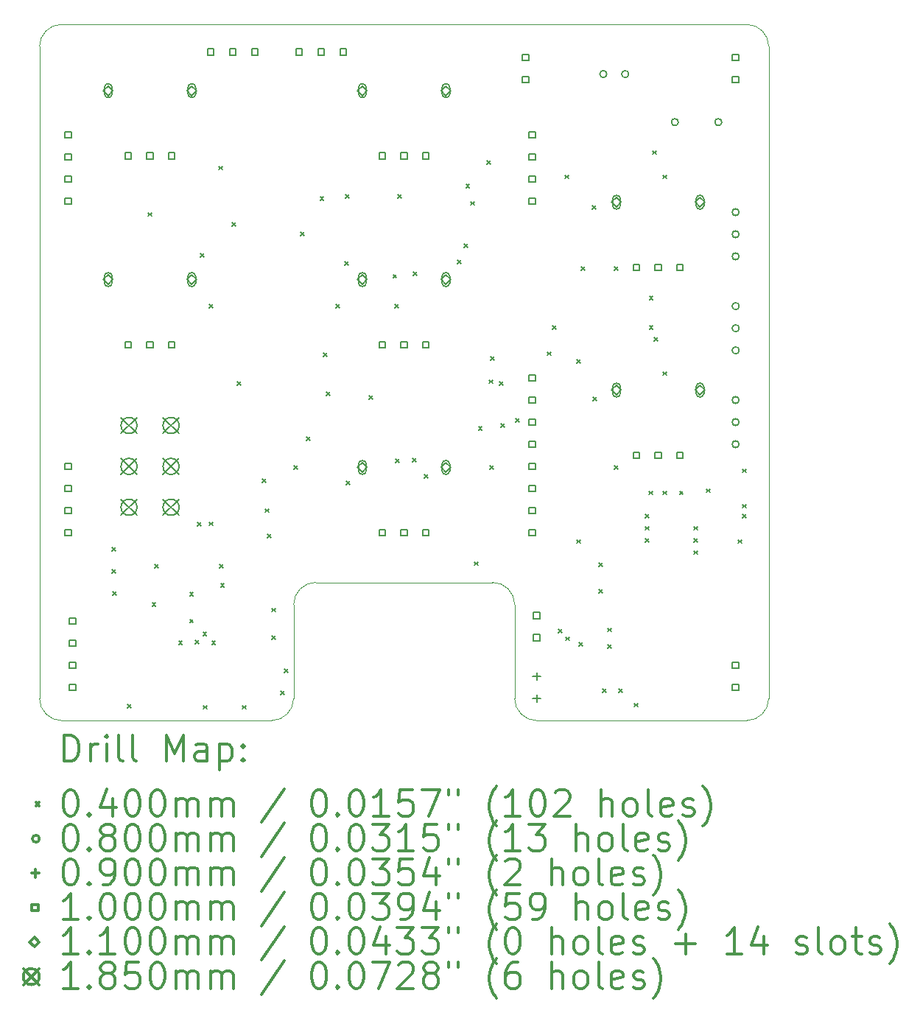
<source format=gbr>
%FSLAX45Y45*%
G04 Gerber Fmt 4.5, Leading zero omitted, Abs format (unit mm)*
G04 Created by KiCad (PCBNEW 5.1.10-88a1d61d58~88~ubuntu20.04.1) date 2021-06-30 15:24:33*
%MOMM*%
%LPD*%
G01*
G04 APERTURE LIST*
%TA.AperFunction,Profile*%
%ADD10C,0.050000*%
%TD*%
%ADD11C,0.200000*%
%ADD12C,0.300000*%
G04 APERTURE END LIST*
D10*
X21082000Y-14859000D02*
G75*
G02*
X20828000Y-15113000I-254000J0D01*
G01*
X18415000Y-15113000D02*
G75*
G02*
X18161000Y-14859000I0J254000D01*
G01*
X17907000Y-13525500D02*
G75*
G02*
X18161000Y-13779500I0J-254000D01*
G01*
X15621000Y-13779500D02*
G75*
G02*
X15875000Y-13525500I254000J0D01*
G01*
X15621000Y-14859000D02*
G75*
G02*
X15367000Y-15113000I-254000J0D01*
G01*
X12954000Y-15113000D02*
G75*
G02*
X12700000Y-14859000I0J254000D01*
G01*
X12700000Y-7366000D02*
G75*
G02*
X12954000Y-7112000I254000J0D01*
G01*
X20828000Y-7112000D02*
G75*
G02*
X21082000Y-7366000I0J-254000D01*
G01*
X21082000Y-14859000D02*
X21082000Y-13208000D01*
X18415000Y-15113000D02*
X20828000Y-15113000D01*
X18161000Y-13779500D02*
X18161000Y-14859000D01*
X15621000Y-14859000D02*
X15621000Y-13779500D01*
X12954000Y-15113000D02*
X15367000Y-15113000D01*
X12700000Y-7366000D02*
X12700000Y-14859000D01*
X17907000Y-13525500D02*
X15875000Y-13525500D01*
X21082000Y-7366000D02*
X21082000Y-13208000D01*
X12954000Y-7112000D02*
X20828000Y-7112000D01*
D11*
X13530900Y-13124500D02*
X13570900Y-13164500D01*
X13570900Y-13124500D02*
X13530900Y-13164500D01*
X13530900Y-13378500D02*
X13570900Y-13418500D01*
X13570900Y-13378500D02*
X13530900Y-13418500D01*
X13543600Y-13632500D02*
X13583600Y-13672500D01*
X13583600Y-13632500D02*
X13543600Y-13672500D01*
X13708700Y-14927900D02*
X13748700Y-14967900D01*
X13748700Y-14927900D02*
X13708700Y-14967900D01*
X13950000Y-9276400D02*
X13990000Y-9316400D01*
X13990000Y-9276400D02*
X13950000Y-9316400D01*
X13995720Y-13762040D02*
X14035720Y-13802040D01*
X14035720Y-13762040D02*
X13995720Y-13802040D01*
X14026200Y-13321350D02*
X14066200Y-13361350D01*
X14066200Y-13321350D02*
X14026200Y-13361350D01*
X14299250Y-14197650D02*
X14339250Y-14237650D01*
X14339250Y-14197650D02*
X14299250Y-14237650D01*
X14426250Y-13638850D02*
X14466250Y-13678850D01*
X14466250Y-13638850D02*
X14426250Y-13678850D01*
X14426250Y-13950000D02*
X14466250Y-13990000D01*
X14466250Y-13950000D02*
X14426250Y-13990000D01*
X14489750Y-14191300D02*
X14529750Y-14231300D01*
X14529750Y-14191300D02*
X14489750Y-14231300D01*
X14515150Y-12838750D02*
X14555150Y-12878750D01*
X14555150Y-12838750D02*
X14515150Y-12878750D01*
X14546900Y-9746300D02*
X14586900Y-9786300D01*
X14586900Y-9746300D02*
X14546900Y-9786300D01*
X14578650Y-14096050D02*
X14618650Y-14136050D01*
X14618650Y-14096050D02*
X14578650Y-14136050D01*
X14585000Y-14940600D02*
X14625000Y-14980600D01*
X14625000Y-14940600D02*
X14585000Y-14980600D01*
X14648500Y-10330500D02*
X14688500Y-10370500D01*
X14688500Y-10330500D02*
X14648500Y-10370500D01*
X14648500Y-12832400D02*
X14688500Y-12872400D01*
X14688500Y-12832400D02*
X14648500Y-12872400D01*
X14680250Y-14197650D02*
X14720250Y-14237650D01*
X14720250Y-14197650D02*
X14680250Y-14237650D01*
X14762800Y-8743000D02*
X14802800Y-8783000D01*
X14802800Y-8743000D02*
X14762800Y-8783000D01*
X14769150Y-13321350D02*
X14809150Y-13361350D01*
X14809150Y-13321350D02*
X14769150Y-13361350D01*
X14783120Y-13538520D02*
X14823120Y-13578520D01*
X14823120Y-13538520D02*
X14783120Y-13578520D01*
X14915200Y-9390700D02*
X14955200Y-9430700D01*
X14955200Y-9390700D02*
X14915200Y-9430700D01*
X14972350Y-11219749D02*
X15012350Y-11259749D01*
X15012350Y-11219749D02*
X14972350Y-11259749D01*
X15029500Y-14940600D02*
X15069500Y-14980600D01*
X15069500Y-14940600D02*
X15029500Y-14980600D01*
X15258100Y-12337100D02*
X15298100Y-12377100D01*
X15298100Y-12337100D02*
X15258100Y-12377100D01*
X15296200Y-12680000D02*
X15336200Y-12720000D01*
X15336200Y-12680000D02*
X15296200Y-12720000D01*
X15321600Y-12972100D02*
X15361600Y-13012100D01*
X15361600Y-12972100D02*
X15321600Y-13012100D01*
X15372400Y-13823000D02*
X15412400Y-13863000D01*
X15412400Y-13823000D02*
X15372400Y-13863000D01*
X15372400Y-14140500D02*
X15412400Y-14180500D01*
X15412400Y-14140500D02*
X15372400Y-14180500D01*
X15474000Y-14775500D02*
X15514000Y-14815500D01*
X15514000Y-14775500D02*
X15474000Y-14815500D01*
X15512100Y-14521500D02*
X15552100Y-14561500D01*
X15552100Y-14521500D02*
X15512100Y-14561500D01*
X15626900Y-12184200D02*
X15666900Y-12224200D01*
X15666900Y-12184200D02*
X15626900Y-12224200D01*
X15702600Y-9498650D02*
X15742600Y-9538650D01*
X15742600Y-9498650D02*
X15702600Y-9538650D01*
X15766100Y-11854500D02*
X15806100Y-11894500D01*
X15806100Y-11854500D02*
X15766100Y-11894500D01*
X15924850Y-9092250D02*
X15964850Y-9132250D01*
X15964850Y-9092250D02*
X15924850Y-9132250D01*
X15962950Y-10889300D02*
X16002950Y-10929300D01*
X16002950Y-10889300D02*
X15962950Y-10929300D01*
X15994700Y-11340151D02*
X16034700Y-11380151D01*
X16034700Y-11340151D02*
X15994700Y-11380151D01*
X16109000Y-10330500D02*
X16149000Y-10370500D01*
X16149000Y-10330500D02*
X16109000Y-10370500D01*
X16210600Y-9841550D02*
X16250600Y-9881550D01*
X16250600Y-9841550D02*
X16210600Y-9881550D01*
X16216950Y-9066850D02*
X16256950Y-9106850D01*
X16256950Y-9066850D02*
X16216950Y-9106850D01*
X16223300Y-12362500D02*
X16263300Y-12402500D01*
X16263300Y-12362500D02*
X16223300Y-12402500D01*
X16490000Y-11378499D02*
X16530000Y-11418499D01*
X16530000Y-11378499D02*
X16490000Y-11418499D01*
X16763050Y-9987600D02*
X16803050Y-10027600D01*
X16803050Y-9987600D02*
X16763050Y-10027600D01*
X16782100Y-10330500D02*
X16822100Y-10370500D01*
X16822100Y-10330500D02*
X16782100Y-10370500D01*
X16794800Y-12108500D02*
X16834800Y-12148500D01*
X16834800Y-12108500D02*
X16794800Y-12148500D01*
X16820200Y-9066601D02*
X16860200Y-9106601D01*
X16860200Y-9066601D02*
X16820200Y-9106601D01*
X16985300Y-12102150D02*
X17025300Y-12142150D01*
X17025300Y-12102150D02*
X16985300Y-12142150D01*
X16998000Y-9955850D02*
X17038000Y-9995850D01*
X17038000Y-9955850D02*
X16998000Y-9995850D01*
X17125000Y-12286300D02*
X17165000Y-12326300D01*
X17165000Y-12286300D02*
X17125000Y-12326300D01*
X17506000Y-9822500D02*
X17546000Y-9862500D01*
X17546000Y-9822500D02*
X17506000Y-9862500D01*
X17582200Y-9638350D02*
X17622200Y-9678350D01*
X17622200Y-9638350D02*
X17582200Y-9678350D01*
X17601250Y-8952550D02*
X17641250Y-8992550D01*
X17641250Y-8952550D02*
X17601250Y-8992550D01*
X17660000Y-9149649D02*
X17700000Y-9189649D01*
X17700000Y-9149649D02*
X17660000Y-9189649D01*
X17696500Y-13289600D02*
X17736500Y-13329600D01*
X17736500Y-13289600D02*
X17696500Y-13329600D01*
X17746800Y-11735803D02*
X17786800Y-11775803D01*
X17786800Y-11735803D02*
X17746800Y-11775803D01*
X17842550Y-8679500D02*
X17882550Y-8719500D01*
X17882550Y-8679500D02*
X17842550Y-8719500D01*
X17868645Y-11198066D02*
X17908645Y-11238066D01*
X17908645Y-11198066D02*
X17868645Y-11238066D01*
X17874300Y-12184700D02*
X17914300Y-12224700D01*
X17914300Y-12184700D02*
X17874300Y-12224700D01*
X17887000Y-10933750D02*
X17927000Y-10973750D01*
X17927000Y-10933750D02*
X17887000Y-10973750D01*
X17988600Y-11219500D02*
X18028600Y-11259500D01*
X18028600Y-11219500D02*
X17988600Y-11259500D01*
X18001300Y-11702100D02*
X18041300Y-11742100D01*
X18041300Y-11702100D02*
X18001300Y-11742100D01*
X18173601Y-11644099D02*
X18213601Y-11684099D01*
X18213601Y-11644099D02*
X18173601Y-11684099D01*
X18534699Y-10876600D02*
X18574699Y-10916600D01*
X18574699Y-10876600D02*
X18534699Y-10916600D01*
X18598200Y-10578150D02*
X18638200Y-10618150D01*
X18638200Y-10578150D02*
X18598200Y-10618150D01*
X18661700Y-14064300D02*
X18701700Y-14104300D01*
X18701700Y-14064300D02*
X18661700Y-14104300D01*
X18737900Y-8844600D02*
X18777900Y-8884600D01*
X18777900Y-8844600D02*
X18737900Y-8884600D01*
X18750600Y-14153200D02*
X18790600Y-14193200D01*
X18790600Y-14153200D02*
X18750600Y-14193200D01*
X18877600Y-10965500D02*
X18917600Y-11005500D01*
X18917600Y-10965500D02*
X18877600Y-11005500D01*
X18877600Y-13035600D02*
X18917600Y-13075600D01*
X18917600Y-13035600D02*
X18877600Y-13075600D01*
X18903000Y-14216700D02*
X18943000Y-14256700D01*
X18943000Y-14216700D02*
X18903000Y-14256700D01*
X18928400Y-9898700D02*
X18968400Y-9938700D01*
X18968400Y-9898700D02*
X18928400Y-9938700D01*
X19054898Y-9194352D02*
X19094898Y-9234352D01*
X19094898Y-9194352D02*
X19054898Y-9234352D01*
X19061750Y-11397300D02*
X19101750Y-11437300D01*
X19101750Y-11397300D02*
X19061750Y-11437300D01*
X19131600Y-13302300D02*
X19171600Y-13342300D01*
X19171600Y-13302300D02*
X19131600Y-13342300D01*
X19131600Y-13607100D02*
X19171600Y-13647100D01*
X19171600Y-13607100D02*
X19131600Y-13647100D01*
X19169700Y-14750100D02*
X19209700Y-14790100D01*
X19209700Y-14750100D02*
X19169700Y-14790100D01*
X19233200Y-14051600D02*
X19273200Y-14091600D01*
X19273200Y-14051600D02*
X19233200Y-14091600D01*
X19233200Y-14242100D02*
X19273200Y-14282100D01*
X19273200Y-14242100D02*
X19233200Y-14282100D01*
X19309400Y-9898700D02*
X19349400Y-9938700D01*
X19349400Y-9898700D02*
X19309400Y-9938700D01*
X19309400Y-12184700D02*
X19349400Y-12224700D01*
X19349400Y-12184700D02*
X19309400Y-12224700D01*
X19360200Y-14750100D02*
X19400200Y-14790100D01*
X19400200Y-14750100D02*
X19360200Y-14790100D01*
X19538000Y-14915200D02*
X19578000Y-14955200D01*
X19578000Y-14915200D02*
X19538000Y-14955200D01*
X19665000Y-12743500D02*
X19705000Y-12783500D01*
X19705000Y-12743500D02*
X19665000Y-12783500D01*
X19665000Y-12883200D02*
X19705000Y-12923200D01*
X19705000Y-12883200D02*
X19665000Y-12923200D01*
X19665000Y-13022900D02*
X19705000Y-13062900D01*
X19705000Y-13022900D02*
X19665000Y-13062900D01*
X19707800Y-12476800D02*
X19747800Y-12516800D01*
X19747800Y-12476800D02*
X19707800Y-12516800D01*
X19709450Y-10235499D02*
X19749450Y-10275499D01*
X19749450Y-10235499D02*
X19709450Y-10275499D01*
X19709450Y-10578150D02*
X19749450Y-10618150D01*
X19749450Y-10578150D02*
X19709450Y-10618150D01*
X19747550Y-8565200D02*
X19787550Y-8605200D01*
X19787550Y-8565200D02*
X19747550Y-8605200D01*
X19766600Y-10711500D02*
X19806600Y-10751500D01*
X19806600Y-10711500D02*
X19766600Y-10751500D01*
X19868200Y-8844600D02*
X19908200Y-8884600D01*
X19908200Y-8844600D02*
X19868200Y-8884600D01*
X19868200Y-11105200D02*
X19908200Y-11145200D01*
X19908200Y-11105200D02*
X19868200Y-11145200D01*
X19868200Y-12476800D02*
X19908200Y-12516800D01*
X19908200Y-12476800D02*
X19868200Y-12516800D01*
X20058100Y-12476800D02*
X20098100Y-12516800D01*
X20098100Y-12476800D02*
X20058100Y-12516800D01*
X20223800Y-12883200D02*
X20263800Y-12923200D01*
X20263800Y-12883200D02*
X20223800Y-12923200D01*
X20223800Y-13022900D02*
X20263800Y-13062900D01*
X20263800Y-13022900D02*
X20223800Y-13062900D01*
X20223800Y-13162600D02*
X20263800Y-13202600D01*
X20263800Y-13162600D02*
X20223800Y-13202600D01*
X20363500Y-12451400D02*
X20403500Y-12491400D01*
X20403500Y-12451400D02*
X20363500Y-12491400D01*
X20731800Y-13035600D02*
X20771800Y-13075600D01*
X20771800Y-13035600D02*
X20731800Y-13075600D01*
X20782600Y-12222800D02*
X20822600Y-12262800D01*
X20822600Y-12222800D02*
X20782600Y-12262800D01*
X20782600Y-12629200D02*
X20822600Y-12669200D01*
X20822600Y-12629200D02*
X20782600Y-12669200D01*
X20782600Y-12743500D02*
X20822600Y-12783500D01*
X20822600Y-12743500D02*
X20782600Y-12783500D01*
X19221000Y-7683500D02*
G75*
G03*
X19221000Y-7683500I-40000J0D01*
G01*
X19471000Y-7683500D02*
G75*
G03*
X19471000Y-7683500I-40000J0D01*
G01*
X20042500Y-8235950D02*
G75*
G03*
X20042500Y-8235950I-40000J0D01*
G01*
X20542500Y-8235950D02*
G75*
G03*
X20542500Y-8235950I-40000J0D01*
G01*
X20741000Y-9271000D02*
G75*
G03*
X20741000Y-9271000I-40000J0D01*
G01*
X20741000Y-9525000D02*
G75*
G03*
X20741000Y-9525000I-40000J0D01*
G01*
X20741000Y-9779000D02*
G75*
G03*
X20741000Y-9779000I-40000J0D01*
G01*
X20741000Y-10350500D02*
G75*
G03*
X20741000Y-10350500I-40000J0D01*
G01*
X20741000Y-10604500D02*
G75*
G03*
X20741000Y-10604500I-40000J0D01*
G01*
X20741000Y-10858500D02*
G75*
G03*
X20741000Y-10858500I-40000J0D01*
G01*
X20741000Y-11430000D02*
G75*
G03*
X20741000Y-11430000I-40000J0D01*
G01*
X20741000Y-11684000D02*
G75*
G03*
X20741000Y-11684000I-40000J0D01*
G01*
X20741000Y-11938000D02*
G75*
G03*
X20741000Y-11938000I-40000J0D01*
G01*
X18415000Y-14560000D02*
X18415000Y-14650000D01*
X18370000Y-14605000D02*
X18460000Y-14605000D01*
X18415000Y-14814000D02*
X18415000Y-14904000D01*
X18370000Y-14859000D02*
X18460000Y-14859000D01*
X13065556Y-8417356D02*
X13065556Y-8346644D01*
X12994844Y-8346644D01*
X12994844Y-8417356D01*
X13065556Y-8417356D01*
X13065556Y-8671356D02*
X13065556Y-8600644D01*
X12994844Y-8600644D01*
X12994844Y-8671356D01*
X13065556Y-8671356D01*
X13065556Y-8925356D02*
X13065556Y-8854644D01*
X12994844Y-8854644D01*
X12994844Y-8925356D01*
X13065556Y-8925356D01*
X13065556Y-9179356D02*
X13065556Y-9108644D01*
X12994844Y-9108644D01*
X12994844Y-9179356D01*
X13065556Y-9179356D01*
X13065556Y-12227356D02*
X13065556Y-12156644D01*
X12994844Y-12156644D01*
X12994844Y-12227356D01*
X13065556Y-12227356D01*
X13065556Y-12481356D02*
X13065556Y-12410644D01*
X12994844Y-12410644D01*
X12994844Y-12481356D01*
X13065556Y-12481356D01*
X13065556Y-12735356D02*
X13065556Y-12664644D01*
X12994844Y-12664644D01*
X12994844Y-12735356D01*
X13065556Y-12735356D01*
X13065556Y-12989356D02*
X13065556Y-12918644D01*
X12994844Y-12918644D01*
X12994844Y-12989356D01*
X13065556Y-12989356D01*
X13116356Y-14005356D02*
X13116356Y-13934644D01*
X13045644Y-13934644D01*
X13045644Y-14005356D01*
X13116356Y-14005356D01*
X13116356Y-14259356D02*
X13116356Y-14188644D01*
X13045644Y-14188644D01*
X13045644Y-14259356D01*
X13116356Y-14259356D01*
X13116356Y-14513356D02*
X13116356Y-14442644D01*
X13045644Y-14442644D01*
X13045644Y-14513356D01*
X13116356Y-14513356D01*
X13116356Y-14767356D02*
X13116356Y-14696644D01*
X13045644Y-14696644D01*
X13045644Y-14767356D01*
X13116356Y-14767356D01*
X13755356Y-8659356D02*
X13755356Y-8588644D01*
X13684644Y-8588644D01*
X13684644Y-8659356D01*
X13755356Y-8659356D01*
X13755356Y-10830356D02*
X13755356Y-10759644D01*
X13684644Y-10759644D01*
X13684644Y-10830356D01*
X13755356Y-10830356D01*
X14005356Y-8659356D02*
X14005356Y-8588644D01*
X13934644Y-8588644D01*
X13934644Y-8659356D01*
X14005356Y-8659356D01*
X14005356Y-10830356D02*
X14005356Y-10759644D01*
X13934644Y-10759644D01*
X13934644Y-10830356D01*
X14005356Y-10830356D01*
X14255356Y-8659356D02*
X14255356Y-8588644D01*
X14184644Y-8588644D01*
X14184644Y-8659356D01*
X14255356Y-8659356D01*
X14255356Y-10830356D02*
X14255356Y-10759644D01*
X14184644Y-10759644D01*
X14184644Y-10830356D01*
X14255356Y-10830356D01*
X14703856Y-7464856D02*
X14703856Y-7394144D01*
X14633144Y-7394144D01*
X14633144Y-7464856D01*
X14703856Y-7464856D01*
X14957856Y-7464856D02*
X14957856Y-7394144D01*
X14887144Y-7394144D01*
X14887144Y-7464856D01*
X14957856Y-7464856D01*
X15211856Y-7464856D02*
X15211856Y-7394144D01*
X15141144Y-7394144D01*
X15141144Y-7464856D01*
X15211856Y-7464856D01*
X15719856Y-7464856D02*
X15719856Y-7394144D01*
X15649144Y-7394144D01*
X15649144Y-7464856D01*
X15719856Y-7464856D01*
X15973856Y-7464856D02*
X15973856Y-7394144D01*
X15903144Y-7394144D01*
X15903144Y-7464856D01*
X15973856Y-7464856D01*
X16227856Y-7464856D02*
X16227856Y-7394144D01*
X16157144Y-7394144D01*
X16157144Y-7464856D01*
X16227856Y-7464856D01*
X16676356Y-8659356D02*
X16676356Y-8588644D01*
X16605644Y-8588644D01*
X16605644Y-8659356D01*
X16676356Y-8659356D01*
X16676356Y-10830356D02*
X16676356Y-10759644D01*
X16605644Y-10759644D01*
X16605644Y-10830356D01*
X16676356Y-10830356D01*
X16676356Y-12989356D02*
X16676356Y-12918644D01*
X16605644Y-12918644D01*
X16605644Y-12989356D01*
X16676356Y-12989356D01*
X16926356Y-8659356D02*
X16926356Y-8588644D01*
X16855644Y-8588644D01*
X16855644Y-8659356D01*
X16926356Y-8659356D01*
X16926356Y-10830356D02*
X16926356Y-10759644D01*
X16855644Y-10759644D01*
X16855644Y-10830356D01*
X16926356Y-10830356D01*
X16926356Y-12989356D02*
X16926356Y-12918644D01*
X16855644Y-12918644D01*
X16855644Y-12989356D01*
X16926356Y-12989356D01*
X17176356Y-8659356D02*
X17176356Y-8588644D01*
X17105644Y-8588644D01*
X17105644Y-8659356D01*
X17176356Y-8659356D01*
X17176356Y-10830356D02*
X17176356Y-10759644D01*
X17105644Y-10759644D01*
X17105644Y-10830356D01*
X17176356Y-10830356D01*
X17176356Y-12989356D02*
X17176356Y-12918644D01*
X17105644Y-12918644D01*
X17105644Y-12989356D01*
X17176356Y-12989356D01*
X18323356Y-7528356D02*
X18323356Y-7457644D01*
X18252644Y-7457644D01*
X18252644Y-7528356D01*
X18323356Y-7528356D01*
X18323356Y-7782356D02*
X18323356Y-7711644D01*
X18252644Y-7711644D01*
X18252644Y-7782356D01*
X18323356Y-7782356D01*
X18399556Y-8417356D02*
X18399556Y-8346644D01*
X18328844Y-8346644D01*
X18328844Y-8417356D01*
X18399556Y-8417356D01*
X18399556Y-8671356D02*
X18399556Y-8600644D01*
X18328844Y-8600644D01*
X18328844Y-8671356D01*
X18399556Y-8671356D01*
X18399556Y-8925356D02*
X18399556Y-8854644D01*
X18328844Y-8854644D01*
X18328844Y-8925356D01*
X18399556Y-8925356D01*
X18399556Y-9179356D02*
X18399556Y-9108644D01*
X18328844Y-9108644D01*
X18328844Y-9179356D01*
X18399556Y-9179356D01*
X18399556Y-11211356D02*
X18399556Y-11140644D01*
X18328844Y-11140644D01*
X18328844Y-11211356D01*
X18399556Y-11211356D01*
X18399556Y-11465356D02*
X18399556Y-11394644D01*
X18328844Y-11394644D01*
X18328844Y-11465356D01*
X18399556Y-11465356D01*
X18399556Y-11719356D02*
X18399556Y-11648644D01*
X18328844Y-11648644D01*
X18328844Y-11719356D01*
X18399556Y-11719356D01*
X18399556Y-11973356D02*
X18399556Y-11902644D01*
X18328844Y-11902644D01*
X18328844Y-11973356D01*
X18399556Y-11973356D01*
X18399556Y-12227356D02*
X18399556Y-12156644D01*
X18328844Y-12156644D01*
X18328844Y-12227356D01*
X18399556Y-12227356D01*
X18399556Y-12481356D02*
X18399556Y-12410644D01*
X18328844Y-12410644D01*
X18328844Y-12481356D01*
X18399556Y-12481356D01*
X18399556Y-12735356D02*
X18399556Y-12664644D01*
X18328844Y-12664644D01*
X18328844Y-12735356D01*
X18399556Y-12735356D01*
X18399556Y-12989356D02*
X18399556Y-12918644D01*
X18328844Y-12918644D01*
X18328844Y-12989356D01*
X18399556Y-12989356D01*
X18450356Y-13941856D02*
X18450356Y-13871144D01*
X18379644Y-13871144D01*
X18379644Y-13941856D01*
X18450356Y-13941856D01*
X18450356Y-14195856D02*
X18450356Y-14125144D01*
X18379644Y-14125144D01*
X18379644Y-14195856D01*
X18450356Y-14195856D01*
X19597356Y-9941356D02*
X19597356Y-9870644D01*
X19526644Y-9870644D01*
X19526644Y-9941356D01*
X19597356Y-9941356D01*
X19597356Y-12100356D02*
X19597356Y-12029644D01*
X19526644Y-12029644D01*
X19526644Y-12100356D01*
X19597356Y-12100356D01*
X19847356Y-9941356D02*
X19847356Y-9870644D01*
X19776644Y-9870644D01*
X19776644Y-9941356D01*
X19847356Y-9941356D01*
X19847356Y-12100356D02*
X19847356Y-12029644D01*
X19776644Y-12029644D01*
X19776644Y-12100356D01*
X19847356Y-12100356D01*
X20097356Y-9941356D02*
X20097356Y-9870644D01*
X20026644Y-9870644D01*
X20026644Y-9941356D01*
X20097356Y-9941356D01*
X20097356Y-12100356D02*
X20097356Y-12029644D01*
X20026644Y-12029644D01*
X20026644Y-12100356D01*
X20097356Y-12100356D01*
X20736356Y-7528356D02*
X20736356Y-7457644D01*
X20665644Y-7457644D01*
X20665644Y-7528356D01*
X20736356Y-7528356D01*
X20736356Y-7782356D02*
X20736356Y-7711644D01*
X20665644Y-7711644D01*
X20665644Y-7782356D01*
X20736356Y-7782356D01*
X20736356Y-14513356D02*
X20736356Y-14442644D01*
X20665644Y-14442644D01*
X20665644Y-14513356D01*
X20736356Y-14513356D01*
X20736356Y-14767356D02*
X20736356Y-14696644D01*
X20665644Y-14696644D01*
X20665644Y-14767356D01*
X20736356Y-14767356D01*
X13490000Y-7929000D02*
X13545000Y-7874000D01*
X13490000Y-7819000D01*
X13435000Y-7874000D01*
X13490000Y-7929000D01*
X13445000Y-7839000D02*
X13445000Y-7909000D01*
X13535000Y-7839000D02*
X13535000Y-7909000D01*
X13445000Y-7909000D02*
G75*
G03*
X13535000Y-7909000I45000J0D01*
G01*
X13535000Y-7839000D02*
G75*
G03*
X13445000Y-7839000I-45000J0D01*
G01*
X13490000Y-10100000D02*
X13545000Y-10045000D01*
X13490000Y-9990000D01*
X13435000Y-10045000D01*
X13490000Y-10100000D01*
X13445000Y-10010000D02*
X13445000Y-10080000D01*
X13535000Y-10010000D02*
X13535000Y-10080000D01*
X13445000Y-10080000D02*
G75*
G03*
X13535000Y-10080000I45000J0D01*
G01*
X13535000Y-10010000D02*
G75*
G03*
X13445000Y-10010000I-45000J0D01*
G01*
X14450000Y-7929000D02*
X14505000Y-7874000D01*
X14450000Y-7819000D01*
X14395000Y-7874000D01*
X14450000Y-7929000D01*
X14405000Y-7839000D02*
X14405000Y-7909000D01*
X14495000Y-7839000D02*
X14495000Y-7909000D01*
X14405000Y-7909000D02*
G75*
G03*
X14495000Y-7909000I45000J0D01*
G01*
X14495000Y-7839000D02*
G75*
G03*
X14405000Y-7839000I-45000J0D01*
G01*
X14450000Y-10100000D02*
X14505000Y-10045000D01*
X14450000Y-9990000D01*
X14395000Y-10045000D01*
X14450000Y-10100000D01*
X14405000Y-10010000D02*
X14405000Y-10080000D01*
X14495000Y-10010000D02*
X14495000Y-10080000D01*
X14405000Y-10080000D02*
G75*
G03*
X14495000Y-10080000I45000J0D01*
G01*
X14495000Y-10010000D02*
G75*
G03*
X14405000Y-10010000I-45000J0D01*
G01*
X16411000Y-7929000D02*
X16466000Y-7874000D01*
X16411000Y-7819000D01*
X16356000Y-7874000D01*
X16411000Y-7929000D01*
X16366000Y-7839000D02*
X16366000Y-7909000D01*
X16456000Y-7839000D02*
X16456000Y-7909000D01*
X16366000Y-7909000D02*
G75*
G03*
X16456000Y-7909000I45000J0D01*
G01*
X16456000Y-7839000D02*
G75*
G03*
X16366000Y-7839000I-45000J0D01*
G01*
X16411000Y-10100000D02*
X16466000Y-10045000D01*
X16411000Y-9990000D01*
X16356000Y-10045000D01*
X16411000Y-10100000D01*
X16366000Y-10010000D02*
X16366000Y-10080000D01*
X16456000Y-10010000D02*
X16456000Y-10080000D01*
X16366000Y-10080000D02*
G75*
G03*
X16456000Y-10080000I45000J0D01*
G01*
X16456000Y-10010000D02*
G75*
G03*
X16366000Y-10010000I-45000J0D01*
G01*
X16411000Y-12259000D02*
X16466000Y-12204000D01*
X16411000Y-12149000D01*
X16356000Y-12204000D01*
X16411000Y-12259000D01*
X16366000Y-12169000D02*
X16366000Y-12239000D01*
X16456000Y-12169000D02*
X16456000Y-12239000D01*
X16366000Y-12239000D02*
G75*
G03*
X16456000Y-12239000I45000J0D01*
G01*
X16456000Y-12169000D02*
G75*
G03*
X16366000Y-12169000I-45000J0D01*
G01*
X17371000Y-7929000D02*
X17426000Y-7874000D01*
X17371000Y-7819000D01*
X17316000Y-7874000D01*
X17371000Y-7929000D01*
X17326000Y-7839000D02*
X17326000Y-7909000D01*
X17416000Y-7839000D02*
X17416000Y-7909000D01*
X17326000Y-7909000D02*
G75*
G03*
X17416000Y-7909000I45000J0D01*
G01*
X17416000Y-7839000D02*
G75*
G03*
X17326000Y-7839000I-45000J0D01*
G01*
X17371000Y-10100000D02*
X17426000Y-10045000D01*
X17371000Y-9990000D01*
X17316000Y-10045000D01*
X17371000Y-10100000D01*
X17326000Y-10010000D02*
X17326000Y-10080000D01*
X17416000Y-10010000D02*
X17416000Y-10080000D01*
X17326000Y-10080000D02*
G75*
G03*
X17416000Y-10080000I45000J0D01*
G01*
X17416000Y-10010000D02*
G75*
G03*
X17326000Y-10010000I-45000J0D01*
G01*
X17371000Y-12259000D02*
X17426000Y-12204000D01*
X17371000Y-12149000D01*
X17316000Y-12204000D01*
X17371000Y-12259000D01*
X17326000Y-12169000D02*
X17326000Y-12239000D01*
X17416000Y-12169000D02*
X17416000Y-12239000D01*
X17326000Y-12239000D02*
G75*
G03*
X17416000Y-12239000I45000J0D01*
G01*
X17416000Y-12169000D02*
G75*
G03*
X17326000Y-12169000I-45000J0D01*
G01*
X19332000Y-9211000D02*
X19387000Y-9156000D01*
X19332000Y-9101000D01*
X19277000Y-9156000D01*
X19332000Y-9211000D01*
X19287000Y-9121000D02*
X19287000Y-9191000D01*
X19377000Y-9121000D02*
X19377000Y-9191000D01*
X19287000Y-9191000D02*
G75*
G03*
X19377000Y-9191000I45000J0D01*
G01*
X19377000Y-9121000D02*
G75*
G03*
X19287000Y-9121000I-45000J0D01*
G01*
X19332000Y-11370000D02*
X19387000Y-11315000D01*
X19332000Y-11260000D01*
X19277000Y-11315000D01*
X19332000Y-11370000D01*
X19287000Y-11280000D02*
X19287000Y-11350000D01*
X19377000Y-11280000D02*
X19377000Y-11350000D01*
X19287000Y-11350000D02*
G75*
G03*
X19377000Y-11350000I45000J0D01*
G01*
X19377000Y-11280000D02*
G75*
G03*
X19287000Y-11280000I-45000J0D01*
G01*
X20292000Y-9211000D02*
X20347000Y-9156000D01*
X20292000Y-9101000D01*
X20237000Y-9156000D01*
X20292000Y-9211000D01*
X20247000Y-9121000D02*
X20247000Y-9191000D01*
X20337000Y-9121000D02*
X20337000Y-9191000D01*
X20247000Y-9191000D02*
G75*
G03*
X20337000Y-9191000I45000J0D01*
G01*
X20337000Y-9121000D02*
G75*
G03*
X20247000Y-9121000I-45000J0D01*
G01*
X20292000Y-11370000D02*
X20347000Y-11315000D01*
X20292000Y-11260000D01*
X20237000Y-11315000D01*
X20292000Y-11370000D01*
X20247000Y-11280000D02*
X20247000Y-11350000D01*
X20337000Y-11280000D02*
X20337000Y-11350000D01*
X20247000Y-11350000D02*
G75*
G03*
X20337000Y-11350000I45000J0D01*
G01*
X20337000Y-11280000D02*
G75*
G03*
X20247000Y-11280000I-45000J0D01*
G01*
X13636000Y-11629500D02*
X13821000Y-11814500D01*
X13821000Y-11629500D02*
X13636000Y-11814500D01*
X13821000Y-11722000D02*
G75*
G03*
X13821000Y-11722000I-92500J0D01*
G01*
X13636000Y-12099500D02*
X13821000Y-12284500D01*
X13821000Y-12099500D02*
X13636000Y-12284500D01*
X13821000Y-12192000D02*
G75*
G03*
X13821000Y-12192000I-92500J0D01*
G01*
X13636000Y-12569500D02*
X13821000Y-12754500D01*
X13821000Y-12569500D02*
X13636000Y-12754500D01*
X13821000Y-12662000D02*
G75*
G03*
X13821000Y-12662000I-92500J0D01*
G01*
X14119000Y-11629500D02*
X14304000Y-11814500D01*
X14304000Y-11629500D02*
X14119000Y-11814500D01*
X14304000Y-11722000D02*
G75*
G03*
X14304000Y-11722000I-92500J0D01*
G01*
X14119000Y-12099500D02*
X14304000Y-12284500D01*
X14304000Y-12099500D02*
X14119000Y-12284500D01*
X14304000Y-12192000D02*
G75*
G03*
X14304000Y-12192000I-92500J0D01*
G01*
X14119000Y-12569500D02*
X14304000Y-12754500D01*
X14304000Y-12569500D02*
X14119000Y-12754500D01*
X14304000Y-12662000D02*
G75*
G03*
X14304000Y-12662000I-92500J0D01*
G01*
D12*
X12983928Y-15581214D02*
X12983928Y-15281214D01*
X13055357Y-15281214D01*
X13098214Y-15295500D01*
X13126786Y-15324071D01*
X13141071Y-15352643D01*
X13155357Y-15409786D01*
X13155357Y-15452643D01*
X13141071Y-15509786D01*
X13126786Y-15538357D01*
X13098214Y-15566929D01*
X13055357Y-15581214D01*
X12983928Y-15581214D01*
X13283928Y-15581214D02*
X13283928Y-15381214D01*
X13283928Y-15438357D02*
X13298214Y-15409786D01*
X13312500Y-15395500D01*
X13341071Y-15381214D01*
X13369643Y-15381214D01*
X13469643Y-15581214D02*
X13469643Y-15381214D01*
X13469643Y-15281214D02*
X13455357Y-15295500D01*
X13469643Y-15309786D01*
X13483928Y-15295500D01*
X13469643Y-15281214D01*
X13469643Y-15309786D01*
X13655357Y-15581214D02*
X13626786Y-15566929D01*
X13612500Y-15538357D01*
X13612500Y-15281214D01*
X13812500Y-15581214D02*
X13783928Y-15566929D01*
X13769643Y-15538357D01*
X13769643Y-15281214D01*
X14155357Y-15581214D02*
X14155357Y-15281214D01*
X14255357Y-15495500D01*
X14355357Y-15281214D01*
X14355357Y-15581214D01*
X14626786Y-15581214D02*
X14626786Y-15424071D01*
X14612500Y-15395500D01*
X14583928Y-15381214D01*
X14526786Y-15381214D01*
X14498214Y-15395500D01*
X14626786Y-15566929D02*
X14598214Y-15581214D01*
X14526786Y-15581214D01*
X14498214Y-15566929D01*
X14483928Y-15538357D01*
X14483928Y-15509786D01*
X14498214Y-15481214D01*
X14526786Y-15466929D01*
X14598214Y-15466929D01*
X14626786Y-15452643D01*
X14769643Y-15381214D02*
X14769643Y-15681214D01*
X14769643Y-15395500D02*
X14798214Y-15381214D01*
X14855357Y-15381214D01*
X14883928Y-15395500D01*
X14898214Y-15409786D01*
X14912500Y-15438357D01*
X14912500Y-15524071D01*
X14898214Y-15552643D01*
X14883928Y-15566929D01*
X14855357Y-15581214D01*
X14798214Y-15581214D01*
X14769643Y-15566929D01*
X15041071Y-15552643D02*
X15055357Y-15566929D01*
X15041071Y-15581214D01*
X15026786Y-15566929D01*
X15041071Y-15552643D01*
X15041071Y-15581214D01*
X15041071Y-15395500D02*
X15055357Y-15409786D01*
X15041071Y-15424071D01*
X15026786Y-15409786D01*
X15041071Y-15395500D01*
X15041071Y-15424071D01*
X12657500Y-16055500D02*
X12697500Y-16095500D01*
X12697500Y-16055500D02*
X12657500Y-16095500D01*
X13041071Y-15911214D02*
X13069643Y-15911214D01*
X13098214Y-15925500D01*
X13112500Y-15939786D01*
X13126786Y-15968357D01*
X13141071Y-16025500D01*
X13141071Y-16096929D01*
X13126786Y-16154071D01*
X13112500Y-16182643D01*
X13098214Y-16196929D01*
X13069643Y-16211214D01*
X13041071Y-16211214D01*
X13012500Y-16196929D01*
X12998214Y-16182643D01*
X12983928Y-16154071D01*
X12969643Y-16096929D01*
X12969643Y-16025500D01*
X12983928Y-15968357D01*
X12998214Y-15939786D01*
X13012500Y-15925500D01*
X13041071Y-15911214D01*
X13269643Y-16182643D02*
X13283928Y-16196929D01*
X13269643Y-16211214D01*
X13255357Y-16196929D01*
X13269643Y-16182643D01*
X13269643Y-16211214D01*
X13541071Y-16011214D02*
X13541071Y-16211214D01*
X13469643Y-15896929D02*
X13398214Y-16111214D01*
X13583928Y-16111214D01*
X13755357Y-15911214D02*
X13783928Y-15911214D01*
X13812500Y-15925500D01*
X13826786Y-15939786D01*
X13841071Y-15968357D01*
X13855357Y-16025500D01*
X13855357Y-16096929D01*
X13841071Y-16154071D01*
X13826786Y-16182643D01*
X13812500Y-16196929D01*
X13783928Y-16211214D01*
X13755357Y-16211214D01*
X13726786Y-16196929D01*
X13712500Y-16182643D01*
X13698214Y-16154071D01*
X13683928Y-16096929D01*
X13683928Y-16025500D01*
X13698214Y-15968357D01*
X13712500Y-15939786D01*
X13726786Y-15925500D01*
X13755357Y-15911214D01*
X14041071Y-15911214D02*
X14069643Y-15911214D01*
X14098214Y-15925500D01*
X14112500Y-15939786D01*
X14126786Y-15968357D01*
X14141071Y-16025500D01*
X14141071Y-16096929D01*
X14126786Y-16154071D01*
X14112500Y-16182643D01*
X14098214Y-16196929D01*
X14069643Y-16211214D01*
X14041071Y-16211214D01*
X14012500Y-16196929D01*
X13998214Y-16182643D01*
X13983928Y-16154071D01*
X13969643Y-16096929D01*
X13969643Y-16025500D01*
X13983928Y-15968357D01*
X13998214Y-15939786D01*
X14012500Y-15925500D01*
X14041071Y-15911214D01*
X14269643Y-16211214D02*
X14269643Y-16011214D01*
X14269643Y-16039786D02*
X14283928Y-16025500D01*
X14312500Y-16011214D01*
X14355357Y-16011214D01*
X14383928Y-16025500D01*
X14398214Y-16054071D01*
X14398214Y-16211214D01*
X14398214Y-16054071D02*
X14412500Y-16025500D01*
X14441071Y-16011214D01*
X14483928Y-16011214D01*
X14512500Y-16025500D01*
X14526786Y-16054071D01*
X14526786Y-16211214D01*
X14669643Y-16211214D02*
X14669643Y-16011214D01*
X14669643Y-16039786D02*
X14683928Y-16025500D01*
X14712500Y-16011214D01*
X14755357Y-16011214D01*
X14783928Y-16025500D01*
X14798214Y-16054071D01*
X14798214Y-16211214D01*
X14798214Y-16054071D02*
X14812500Y-16025500D01*
X14841071Y-16011214D01*
X14883928Y-16011214D01*
X14912500Y-16025500D01*
X14926786Y-16054071D01*
X14926786Y-16211214D01*
X15512500Y-15896929D02*
X15255357Y-16282643D01*
X15898214Y-15911214D02*
X15926786Y-15911214D01*
X15955357Y-15925500D01*
X15969643Y-15939786D01*
X15983928Y-15968357D01*
X15998214Y-16025500D01*
X15998214Y-16096929D01*
X15983928Y-16154071D01*
X15969643Y-16182643D01*
X15955357Y-16196929D01*
X15926786Y-16211214D01*
X15898214Y-16211214D01*
X15869643Y-16196929D01*
X15855357Y-16182643D01*
X15841071Y-16154071D01*
X15826786Y-16096929D01*
X15826786Y-16025500D01*
X15841071Y-15968357D01*
X15855357Y-15939786D01*
X15869643Y-15925500D01*
X15898214Y-15911214D01*
X16126786Y-16182643D02*
X16141071Y-16196929D01*
X16126786Y-16211214D01*
X16112500Y-16196929D01*
X16126786Y-16182643D01*
X16126786Y-16211214D01*
X16326786Y-15911214D02*
X16355357Y-15911214D01*
X16383928Y-15925500D01*
X16398214Y-15939786D01*
X16412500Y-15968357D01*
X16426786Y-16025500D01*
X16426786Y-16096929D01*
X16412500Y-16154071D01*
X16398214Y-16182643D01*
X16383928Y-16196929D01*
X16355357Y-16211214D01*
X16326786Y-16211214D01*
X16298214Y-16196929D01*
X16283928Y-16182643D01*
X16269643Y-16154071D01*
X16255357Y-16096929D01*
X16255357Y-16025500D01*
X16269643Y-15968357D01*
X16283928Y-15939786D01*
X16298214Y-15925500D01*
X16326786Y-15911214D01*
X16712500Y-16211214D02*
X16541071Y-16211214D01*
X16626786Y-16211214D02*
X16626786Y-15911214D01*
X16598214Y-15954071D01*
X16569643Y-15982643D01*
X16541071Y-15996929D01*
X16983928Y-15911214D02*
X16841071Y-15911214D01*
X16826786Y-16054071D01*
X16841071Y-16039786D01*
X16869643Y-16025500D01*
X16941071Y-16025500D01*
X16969643Y-16039786D01*
X16983928Y-16054071D01*
X16998214Y-16082643D01*
X16998214Y-16154071D01*
X16983928Y-16182643D01*
X16969643Y-16196929D01*
X16941071Y-16211214D01*
X16869643Y-16211214D01*
X16841071Y-16196929D01*
X16826786Y-16182643D01*
X17098214Y-15911214D02*
X17298214Y-15911214D01*
X17169643Y-16211214D01*
X17398214Y-15911214D02*
X17398214Y-15968357D01*
X17512500Y-15911214D02*
X17512500Y-15968357D01*
X17955357Y-16325500D02*
X17941071Y-16311214D01*
X17912500Y-16268357D01*
X17898214Y-16239786D01*
X17883928Y-16196929D01*
X17869643Y-16125500D01*
X17869643Y-16068357D01*
X17883928Y-15996929D01*
X17898214Y-15954071D01*
X17912500Y-15925500D01*
X17941071Y-15882643D01*
X17955357Y-15868357D01*
X18226786Y-16211214D02*
X18055357Y-16211214D01*
X18141071Y-16211214D02*
X18141071Y-15911214D01*
X18112500Y-15954071D01*
X18083928Y-15982643D01*
X18055357Y-15996929D01*
X18412500Y-15911214D02*
X18441071Y-15911214D01*
X18469643Y-15925500D01*
X18483928Y-15939786D01*
X18498214Y-15968357D01*
X18512500Y-16025500D01*
X18512500Y-16096929D01*
X18498214Y-16154071D01*
X18483928Y-16182643D01*
X18469643Y-16196929D01*
X18441071Y-16211214D01*
X18412500Y-16211214D01*
X18383928Y-16196929D01*
X18369643Y-16182643D01*
X18355357Y-16154071D01*
X18341071Y-16096929D01*
X18341071Y-16025500D01*
X18355357Y-15968357D01*
X18369643Y-15939786D01*
X18383928Y-15925500D01*
X18412500Y-15911214D01*
X18626786Y-15939786D02*
X18641071Y-15925500D01*
X18669643Y-15911214D01*
X18741071Y-15911214D01*
X18769643Y-15925500D01*
X18783928Y-15939786D01*
X18798214Y-15968357D01*
X18798214Y-15996929D01*
X18783928Y-16039786D01*
X18612500Y-16211214D01*
X18798214Y-16211214D01*
X19155357Y-16211214D02*
X19155357Y-15911214D01*
X19283928Y-16211214D02*
X19283928Y-16054071D01*
X19269643Y-16025500D01*
X19241071Y-16011214D01*
X19198214Y-16011214D01*
X19169643Y-16025500D01*
X19155357Y-16039786D01*
X19469643Y-16211214D02*
X19441071Y-16196929D01*
X19426786Y-16182643D01*
X19412500Y-16154071D01*
X19412500Y-16068357D01*
X19426786Y-16039786D01*
X19441071Y-16025500D01*
X19469643Y-16011214D01*
X19512500Y-16011214D01*
X19541071Y-16025500D01*
X19555357Y-16039786D01*
X19569643Y-16068357D01*
X19569643Y-16154071D01*
X19555357Y-16182643D01*
X19541071Y-16196929D01*
X19512500Y-16211214D01*
X19469643Y-16211214D01*
X19741071Y-16211214D02*
X19712500Y-16196929D01*
X19698214Y-16168357D01*
X19698214Y-15911214D01*
X19969643Y-16196929D02*
X19941071Y-16211214D01*
X19883928Y-16211214D01*
X19855357Y-16196929D01*
X19841071Y-16168357D01*
X19841071Y-16054071D01*
X19855357Y-16025500D01*
X19883928Y-16011214D01*
X19941071Y-16011214D01*
X19969643Y-16025500D01*
X19983928Y-16054071D01*
X19983928Y-16082643D01*
X19841071Y-16111214D01*
X20098214Y-16196929D02*
X20126786Y-16211214D01*
X20183928Y-16211214D01*
X20212500Y-16196929D01*
X20226786Y-16168357D01*
X20226786Y-16154071D01*
X20212500Y-16125500D01*
X20183928Y-16111214D01*
X20141071Y-16111214D01*
X20112500Y-16096929D01*
X20098214Y-16068357D01*
X20098214Y-16054071D01*
X20112500Y-16025500D01*
X20141071Y-16011214D01*
X20183928Y-16011214D01*
X20212500Y-16025500D01*
X20326786Y-16325500D02*
X20341071Y-16311214D01*
X20369643Y-16268357D01*
X20383928Y-16239786D01*
X20398214Y-16196929D01*
X20412500Y-16125500D01*
X20412500Y-16068357D01*
X20398214Y-15996929D01*
X20383928Y-15954071D01*
X20369643Y-15925500D01*
X20341071Y-15882643D01*
X20326786Y-15868357D01*
X12697500Y-16471500D02*
G75*
G03*
X12697500Y-16471500I-40000J0D01*
G01*
X13041071Y-16307214D02*
X13069643Y-16307214D01*
X13098214Y-16321500D01*
X13112500Y-16335786D01*
X13126786Y-16364357D01*
X13141071Y-16421500D01*
X13141071Y-16492929D01*
X13126786Y-16550071D01*
X13112500Y-16578643D01*
X13098214Y-16592929D01*
X13069643Y-16607214D01*
X13041071Y-16607214D01*
X13012500Y-16592929D01*
X12998214Y-16578643D01*
X12983928Y-16550071D01*
X12969643Y-16492929D01*
X12969643Y-16421500D01*
X12983928Y-16364357D01*
X12998214Y-16335786D01*
X13012500Y-16321500D01*
X13041071Y-16307214D01*
X13269643Y-16578643D02*
X13283928Y-16592929D01*
X13269643Y-16607214D01*
X13255357Y-16592929D01*
X13269643Y-16578643D01*
X13269643Y-16607214D01*
X13455357Y-16435786D02*
X13426786Y-16421500D01*
X13412500Y-16407214D01*
X13398214Y-16378643D01*
X13398214Y-16364357D01*
X13412500Y-16335786D01*
X13426786Y-16321500D01*
X13455357Y-16307214D01*
X13512500Y-16307214D01*
X13541071Y-16321500D01*
X13555357Y-16335786D01*
X13569643Y-16364357D01*
X13569643Y-16378643D01*
X13555357Y-16407214D01*
X13541071Y-16421500D01*
X13512500Y-16435786D01*
X13455357Y-16435786D01*
X13426786Y-16450071D01*
X13412500Y-16464357D01*
X13398214Y-16492929D01*
X13398214Y-16550071D01*
X13412500Y-16578643D01*
X13426786Y-16592929D01*
X13455357Y-16607214D01*
X13512500Y-16607214D01*
X13541071Y-16592929D01*
X13555357Y-16578643D01*
X13569643Y-16550071D01*
X13569643Y-16492929D01*
X13555357Y-16464357D01*
X13541071Y-16450071D01*
X13512500Y-16435786D01*
X13755357Y-16307214D02*
X13783928Y-16307214D01*
X13812500Y-16321500D01*
X13826786Y-16335786D01*
X13841071Y-16364357D01*
X13855357Y-16421500D01*
X13855357Y-16492929D01*
X13841071Y-16550071D01*
X13826786Y-16578643D01*
X13812500Y-16592929D01*
X13783928Y-16607214D01*
X13755357Y-16607214D01*
X13726786Y-16592929D01*
X13712500Y-16578643D01*
X13698214Y-16550071D01*
X13683928Y-16492929D01*
X13683928Y-16421500D01*
X13698214Y-16364357D01*
X13712500Y-16335786D01*
X13726786Y-16321500D01*
X13755357Y-16307214D01*
X14041071Y-16307214D02*
X14069643Y-16307214D01*
X14098214Y-16321500D01*
X14112500Y-16335786D01*
X14126786Y-16364357D01*
X14141071Y-16421500D01*
X14141071Y-16492929D01*
X14126786Y-16550071D01*
X14112500Y-16578643D01*
X14098214Y-16592929D01*
X14069643Y-16607214D01*
X14041071Y-16607214D01*
X14012500Y-16592929D01*
X13998214Y-16578643D01*
X13983928Y-16550071D01*
X13969643Y-16492929D01*
X13969643Y-16421500D01*
X13983928Y-16364357D01*
X13998214Y-16335786D01*
X14012500Y-16321500D01*
X14041071Y-16307214D01*
X14269643Y-16607214D02*
X14269643Y-16407214D01*
X14269643Y-16435786D02*
X14283928Y-16421500D01*
X14312500Y-16407214D01*
X14355357Y-16407214D01*
X14383928Y-16421500D01*
X14398214Y-16450071D01*
X14398214Y-16607214D01*
X14398214Y-16450071D02*
X14412500Y-16421500D01*
X14441071Y-16407214D01*
X14483928Y-16407214D01*
X14512500Y-16421500D01*
X14526786Y-16450071D01*
X14526786Y-16607214D01*
X14669643Y-16607214D02*
X14669643Y-16407214D01*
X14669643Y-16435786D02*
X14683928Y-16421500D01*
X14712500Y-16407214D01*
X14755357Y-16407214D01*
X14783928Y-16421500D01*
X14798214Y-16450071D01*
X14798214Y-16607214D01*
X14798214Y-16450071D02*
X14812500Y-16421500D01*
X14841071Y-16407214D01*
X14883928Y-16407214D01*
X14912500Y-16421500D01*
X14926786Y-16450071D01*
X14926786Y-16607214D01*
X15512500Y-16292929D02*
X15255357Y-16678643D01*
X15898214Y-16307214D02*
X15926786Y-16307214D01*
X15955357Y-16321500D01*
X15969643Y-16335786D01*
X15983928Y-16364357D01*
X15998214Y-16421500D01*
X15998214Y-16492929D01*
X15983928Y-16550071D01*
X15969643Y-16578643D01*
X15955357Y-16592929D01*
X15926786Y-16607214D01*
X15898214Y-16607214D01*
X15869643Y-16592929D01*
X15855357Y-16578643D01*
X15841071Y-16550071D01*
X15826786Y-16492929D01*
X15826786Y-16421500D01*
X15841071Y-16364357D01*
X15855357Y-16335786D01*
X15869643Y-16321500D01*
X15898214Y-16307214D01*
X16126786Y-16578643D02*
X16141071Y-16592929D01*
X16126786Y-16607214D01*
X16112500Y-16592929D01*
X16126786Y-16578643D01*
X16126786Y-16607214D01*
X16326786Y-16307214D02*
X16355357Y-16307214D01*
X16383928Y-16321500D01*
X16398214Y-16335786D01*
X16412500Y-16364357D01*
X16426786Y-16421500D01*
X16426786Y-16492929D01*
X16412500Y-16550071D01*
X16398214Y-16578643D01*
X16383928Y-16592929D01*
X16355357Y-16607214D01*
X16326786Y-16607214D01*
X16298214Y-16592929D01*
X16283928Y-16578643D01*
X16269643Y-16550071D01*
X16255357Y-16492929D01*
X16255357Y-16421500D01*
X16269643Y-16364357D01*
X16283928Y-16335786D01*
X16298214Y-16321500D01*
X16326786Y-16307214D01*
X16526786Y-16307214D02*
X16712500Y-16307214D01*
X16612500Y-16421500D01*
X16655357Y-16421500D01*
X16683928Y-16435786D01*
X16698214Y-16450071D01*
X16712500Y-16478643D01*
X16712500Y-16550071D01*
X16698214Y-16578643D01*
X16683928Y-16592929D01*
X16655357Y-16607214D01*
X16569643Y-16607214D01*
X16541071Y-16592929D01*
X16526786Y-16578643D01*
X16998214Y-16607214D02*
X16826786Y-16607214D01*
X16912500Y-16607214D02*
X16912500Y-16307214D01*
X16883928Y-16350071D01*
X16855357Y-16378643D01*
X16826786Y-16392929D01*
X17269643Y-16307214D02*
X17126786Y-16307214D01*
X17112500Y-16450071D01*
X17126786Y-16435786D01*
X17155357Y-16421500D01*
X17226786Y-16421500D01*
X17255357Y-16435786D01*
X17269643Y-16450071D01*
X17283928Y-16478643D01*
X17283928Y-16550071D01*
X17269643Y-16578643D01*
X17255357Y-16592929D01*
X17226786Y-16607214D01*
X17155357Y-16607214D01*
X17126786Y-16592929D01*
X17112500Y-16578643D01*
X17398214Y-16307214D02*
X17398214Y-16364357D01*
X17512500Y-16307214D02*
X17512500Y-16364357D01*
X17955357Y-16721500D02*
X17941071Y-16707214D01*
X17912500Y-16664357D01*
X17898214Y-16635786D01*
X17883928Y-16592929D01*
X17869643Y-16521500D01*
X17869643Y-16464357D01*
X17883928Y-16392929D01*
X17898214Y-16350071D01*
X17912500Y-16321500D01*
X17941071Y-16278643D01*
X17955357Y-16264357D01*
X18226786Y-16607214D02*
X18055357Y-16607214D01*
X18141071Y-16607214D02*
X18141071Y-16307214D01*
X18112500Y-16350071D01*
X18083928Y-16378643D01*
X18055357Y-16392929D01*
X18326786Y-16307214D02*
X18512500Y-16307214D01*
X18412500Y-16421500D01*
X18455357Y-16421500D01*
X18483928Y-16435786D01*
X18498214Y-16450071D01*
X18512500Y-16478643D01*
X18512500Y-16550071D01*
X18498214Y-16578643D01*
X18483928Y-16592929D01*
X18455357Y-16607214D01*
X18369643Y-16607214D01*
X18341071Y-16592929D01*
X18326786Y-16578643D01*
X18869643Y-16607214D02*
X18869643Y-16307214D01*
X18998214Y-16607214D02*
X18998214Y-16450071D01*
X18983928Y-16421500D01*
X18955357Y-16407214D01*
X18912500Y-16407214D01*
X18883928Y-16421500D01*
X18869643Y-16435786D01*
X19183928Y-16607214D02*
X19155357Y-16592929D01*
X19141071Y-16578643D01*
X19126786Y-16550071D01*
X19126786Y-16464357D01*
X19141071Y-16435786D01*
X19155357Y-16421500D01*
X19183928Y-16407214D01*
X19226786Y-16407214D01*
X19255357Y-16421500D01*
X19269643Y-16435786D01*
X19283928Y-16464357D01*
X19283928Y-16550071D01*
X19269643Y-16578643D01*
X19255357Y-16592929D01*
X19226786Y-16607214D01*
X19183928Y-16607214D01*
X19455357Y-16607214D02*
X19426786Y-16592929D01*
X19412500Y-16564357D01*
X19412500Y-16307214D01*
X19683928Y-16592929D02*
X19655357Y-16607214D01*
X19598214Y-16607214D01*
X19569643Y-16592929D01*
X19555357Y-16564357D01*
X19555357Y-16450071D01*
X19569643Y-16421500D01*
X19598214Y-16407214D01*
X19655357Y-16407214D01*
X19683928Y-16421500D01*
X19698214Y-16450071D01*
X19698214Y-16478643D01*
X19555357Y-16507214D01*
X19812500Y-16592929D02*
X19841071Y-16607214D01*
X19898214Y-16607214D01*
X19926786Y-16592929D01*
X19941071Y-16564357D01*
X19941071Y-16550071D01*
X19926786Y-16521500D01*
X19898214Y-16507214D01*
X19855357Y-16507214D01*
X19826786Y-16492929D01*
X19812500Y-16464357D01*
X19812500Y-16450071D01*
X19826786Y-16421500D01*
X19855357Y-16407214D01*
X19898214Y-16407214D01*
X19926786Y-16421500D01*
X20041071Y-16721500D02*
X20055357Y-16707214D01*
X20083928Y-16664357D01*
X20098214Y-16635786D01*
X20112500Y-16592929D01*
X20126786Y-16521500D01*
X20126786Y-16464357D01*
X20112500Y-16392929D01*
X20098214Y-16350071D01*
X20083928Y-16321500D01*
X20055357Y-16278643D01*
X20041071Y-16264357D01*
X12652500Y-16822500D02*
X12652500Y-16912500D01*
X12607500Y-16867500D02*
X12697500Y-16867500D01*
X13041071Y-16703214D02*
X13069643Y-16703214D01*
X13098214Y-16717500D01*
X13112500Y-16731786D01*
X13126786Y-16760357D01*
X13141071Y-16817500D01*
X13141071Y-16888929D01*
X13126786Y-16946072D01*
X13112500Y-16974643D01*
X13098214Y-16988929D01*
X13069643Y-17003214D01*
X13041071Y-17003214D01*
X13012500Y-16988929D01*
X12998214Y-16974643D01*
X12983928Y-16946072D01*
X12969643Y-16888929D01*
X12969643Y-16817500D01*
X12983928Y-16760357D01*
X12998214Y-16731786D01*
X13012500Y-16717500D01*
X13041071Y-16703214D01*
X13269643Y-16974643D02*
X13283928Y-16988929D01*
X13269643Y-17003214D01*
X13255357Y-16988929D01*
X13269643Y-16974643D01*
X13269643Y-17003214D01*
X13426786Y-17003214D02*
X13483928Y-17003214D01*
X13512500Y-16988929D01*
X13526786Y-16974643D01*
X13555357Y-16931786D01*
X13569643Y-16874643D01*
X13569643Y-16760357D01*
X13555357Y-16731786D01*
X13541071Y-16717500D01*
X13512500Y-16703214D01*
X13455357Y-16703214D01*
X13426786Y-16717500D01*
X13412500Y-16731786D01*
X13398214Y-16760357D01*
X13398214Y-16831786D01*
X13412500Y-16860357D01*
X13426786Y-16874643D01*
X13455357Y-16888929D01*
X13512500Y-16888929D01*
X13541071Y-16874643D01*
X13555357Y-16860357D01*
X13569643Y-16831786D01*
X13755357Y-16703214D02*
X13783928Y-16703214D01*
X13812500Y-16717500D01*
X13826786Y-16731786D01*
X13841071Y-16760357D01*
X13855357Y-16817500D01*
X13855357Y-16888929D01*
X13841071Y-16946072D01*
X13826786Y-16974643D01*
X13812500Y-16988929D01*
X13783928Y-17003214D01*
X13755357Y-17003214D01*
X13726786Y-16988929D01*
X13712500Y-16974643D01*
X13698214Y-16946072D01*
X13683928Y-16888929D01*
X13683928Y-16817500D01*
X13698214Y-16760357D01*
X13712500Y-16731786D01*
X13726786Y-16717500D01*
X13755357Y-16703214D01*
X14041071Y-16703214D02*
X14069643Y-16703214D01*
X14098214Y-16717500D01*
X14112500Y-16731786D01*
X14126786Y-16760357D01*
X14141071Y-16817500D01*
X14141071Y-16888929D01*
X14126786Y-16946072D01*
X14112500Y-16974643D01*
X14098214Y-16988929D01*
X14069643Y-17003214D01*
X14041071Y-17003214D01*
X14012500Y-16988929D01*
X13998214Y-16974643D01*
X13983928Y-16946072D01*
X13969643Y-16888929D01*
X13969643Y-16817500D01*
X13983928Y-16760357D01*
X13998214Y-16731786D01*
X14012500Y-16717500D01*
X14041071Y-16703214D01*
X14269643Y-17003214D02*
X14269643Y-16803214D01*
X14269643Y-16831786D02*
X14283928Y-16817500D01*
X14312500Y-16803214D01*
X14355357Y-16803214D01*
X14383928Y-16817500D01*
X14398214Y-16846072D01*
X14398214Y-17003214D01*
X14398214Y-16846072D02*
X14412500Y-16817500D01*
X14441071Y-16803214D01*
X14483928Y-16803214D01*
X14512500Y-16817500D01*
X14526786Y-16846072D01*
X14526786Y-17003214D01*
X14669643Y-17003214D02*
X14669643Y-16803214D01*
X14669643Y-16831786D02*
X14683928Y-16817500D01*
X14712500Y-16803214D01*
X14755357Y-16803214D01*
X14783928Y-16817500D01*
X14798214Y-16846072D01*
X14798214Y-17003214D01*
X14798214Y-16846072D02*
X14812500Y-16817500D01*
X14841071Y-16803214D01*
X14883928Y-16803214D01*
X14912500Y-16817500D01*
X14926786Y-16846072D01*
X14926786Y-17003214D01*
X15512500Y-16688929D02*
X15255357Y-17074643D01*
X15898214Y-16703214D02*
X15926786Y-16703214D01*
X15955357Y-16717500D01*
X15969643Y-16731786D01*
X15983928Y-16760357D01*
X15998214Y-16817500D01*
X15998214Y-16888929D01*
X15983928Y-16946072D01*
X15969643Y-16974643D01*
X15955357Y-16988929D01*
X15926786Y-17003214D01*
X15898214Y-17003214D01*
X15869643Y-16988929D01*
X15855357Y-16974643D01*
X15841071Y-16946072D01*
X15826786Y-16888929D01*
X15826786Y-16817500D01*
X15841071Y-16760357D01*
X15855357Y-16731786D01*
X15869643Y-16717500D01*
X15898214Y-16703214D01*
X16126786Y-16974643D02*
X16141071Y-16988929D01*
X16126786Y-17003214D01*
X16112500Y-16988929D01*
X16126786Y-16974643D01*
X16126786Y-17003214D01*
X16326786Y-16703214D02*
X16355357Y-16703214D01*
X16383928Y-16717500D01*
X16398214Y-16731786D01*
X16412500Y-16760357D01*
X16426786Y-16817500D01*
X16426786Y-16888929D01*
X16412500Y-16946072D01*
X16398214Y-16974643D01*
X16383928Y-16988929D01*
X16355357Y-17003214D01*
X16326786Y-17003214D01*
X16298214Y-16988929D01*
X16283928Y-16974643D01*
X16269643Y-16946072D01*
X16255357Y-16888929D01*
X16255357Y-16817500D01*
X16269643Y-16760357D01*
X16283928Y-16731786D01*
X16298214Y-16717500D01*
X16326786Y-16703214D01*
X16526786Y-16703214D02*
X16712500Y-16703214D01*
X16612500Y-16817500D01*
X16655357Y-16817500D01*
X16683928Y-16831786D01*
X16698214Y-16846072D01*
X16712500Y-16874643D01*
X16712500Y-16946072D01*
X16698214Y-16974643D01*
X16683928Y-16988929D01*
X16655357Y-17003214D01*
X16569643Y-17003214D01*
X16541071Y-16988929D01*
X16526786Y-16974643D01*
X16983928Y-16703214D02*
X16841071Y-16703214D01*
X16826786Y-16846072D01*
X16841071Y-16831786D01*
X16869643Y-16817500D01*
X16941071Y-16817500D01*
X16969643Y-16831786D01*
X16983928Y-16846072D01*
X16998214Y-16874643D01*
X16998214Y-16946072D01*
X16983928Y-16974643D01*
X16969643Y-16988929D01*
X16941071Y-17003214D01*
X16869643Y-17003214D01*
X16841071Y-16988929D01*
X16826786Y-16974643D01*
X17255357Y-16803214D02*
X17255357Y-17003214D01*
X17183928Y-16688929D02*
X17112500Y-16903214D01*
X17298214Y-16903214D01*
X17398214Y-16703214D02*
X17398214Y-16760357D01*
X17512500Y-16703214D02*
X17512500Y-16760357D01*
X17955357Y-17117500D02*
X17941071Y-17103214D01*
X17912500Y-17060357D01*
X17898214Y-17031786D01*
X17883928Y-16988929D01*
X17869643Y-16917500D01*
X17869643Y-16860357D01*
X17883928Y-16788929D01*
X17898214Y-16746071D01*
X17912500Y-16717500D01*
X17941071Y-16674643D01*
X17955357Y-16660357D01*
X18055357Y-16731786D02*
X18069643Y-16717500D01*
X18098214Y-16703214D01*
X18169643Y-16703214D01*
X18198214Y-16717500D01*
X18212500Y-16731786D01*
X18226786Y-16760357D01*
X18226786Y-16788929D01*
X18212500Y-16831786D01*
X18041071Y-17003214D01*
X18226786Y-17003214D01*
X18583928Y-17003214D02*
X18583928Y-16703214D01*
X18712500Y-17003214D02*
X18712500Y-16846072D01*
X18698214Y-16817500D01*
X18669643Y-16803214D01*
X18626786Y-16803214D01*
X18598214Y-16817500D01*
X18583928Y-16831786D01*
X18898214Y-17003214D02*
X18869643Y-16988929D01*
X18855357Y-16974643D01*
X18841071Y-16946072D01*
X18841071Y-16860357D01*
X18855357Y-16831786D01*
X18869643Y-16817500D01*
X18898214Y-16803214D01*
X18941071Y-16803214D01*
X18969643Y-16817500D01*
X18983928Y-16831786D01*
X18998214Y-16860357D01*
X18998214Y-16946072D01*
X18983928Y-16974643D01*
X18969643Y-16988929D01*
X18941071Y-17003214D01*
X18898214Y-17003214D01*
X19169643Y-17003214D02*
X19141071Y-16988929D01*
X19126786Y-16960357D01*
X19126786Y-16703214D01*
X19398214Y-16988929D02*
X19369643Y-17003214D01*
X19312500Y-17003214D01*
X19283928Y-16988929D01*
X19269643Y-16960357D01*
X19269643Y-16846072D01*
X19283928Y-16817500D01*
X19312500Y-16803214D01*
X19369643Y-16803214D01*
X19398214Y-16817500D01*
X19412500Y-16846072D01*
X19412500Y-16874643D01*
X19269643Y-16903214D01*
X19526786Y-16988929D02*
X19555357Y-17003214D01*
X19612500Y-17003214D01*
X19641071Y-16988929D01*
X19655357Y-16960357D01*
X19655357Y-16946072D01*
X19641071Y-16917500D01*
X19612500Y-16903214D01*
X19569643Y-16903214D01*
X19541071Y-16888929D01*
X19526786Y-16860357D01*
X19526786Y-16846072D01*
X19541071Y-16817500D01*
X19569643Y-16803214D01*
X19612500Y-16803214D01*
X19641071Y-16817500D01*
X19755357Y-17117500D02*
X19769643Y-17103214D01*
X19798214Y-17060357D01*
X19812500Y-17031786D01*
X19826786Y-16988929D01*
X19841071Y-16917500D01*
X19841071Y-16860357D01*
X19826786Y-16788929D01*
X19812500Y-16746071D01*
X19798214Y-16717500D01*
X19769643Y-16674643D01*
X19755357Y-16660357D01*
X12682856Y-17298856D02*
X12682856Y-17228144D01*
X12612144Y-17228144D01*
X12612144Y-17298856D01*
X12682856Y-17298856D01*
X13141071Y-17399214D02*
X12969643Y-17399214D01*
X13055357Y-17399214D02*
X13055357Y-17099214D01*
X13026786Y-17142072D01*
X12998214Y-17170643D01*
X12969643Y-17184929D01*
X13269643Y-17370643D02*
X13283928Y-17384929D01*
X13269643Y-17399214D01*
X13255357Y-17384929D01*
X13269643Y-17370643D01*
X13269643Y-17399214D01*
X13469643Y-17099214D02*
X13498214Y-17099214D01*
X13526786Y-17113500D01*
X13541071Y-17127786D01*
X13555357Y-17156357D01*
X13569643Y-17213500D01*
X13569643Y-17284929D01*
X13555357Y-17342072D01*
X13541071Y-17370643D01*
X13526786Y-17384929D01*
X13498214Y-17399214D01*
X13469643Y-17399214D01*
X13441071Y-17384929D01*
X13426786Y-17370643D01*
X13412500Y-17342072D01*
X13398214Y-17284929D01*
X13398214Y-17213500D01*
X13412500Y-17156357D01*
X13426786Y-17127786D01*
X13441071Y-17113500D01*
X13469643Y-17099214D01*
X13755357Y-17099214D02*
X13783928Y-17099214D01*
X13812500Y-17113500D01*
X13826786Y-17127786D01*
X13841071Y-17156357D01*
X13855357Y-17213500D01*
X13855357Y-17284929D01*
X13841071Y-17342072D01*
X13826786Y-17370643D01*
X13812500Y-17384929D01*
X13783928Y-17399214D01*
X13755357Y-17399214D01*
X13726786Y-17384929D01*
X13712500Y-17370643D01*
X13698214Y-17342072D01*
X13683928Y-17284929D01*
X13683928Y-17213500D01*
X13698214Y-17156357D01*
X13712500Y-17127786D01*
X13726786Y-17113500D01*
X13755357Y-17099214D01*
X14041071Y-17099214D02*
X14069643Y-17099214D01*
X14098214Y-17113500D01*
X14112500Y-17127786D01*
X14126786Y-17156357D01*
X14141071Y-17213500D01*
X14141071Y-17284929D01*
X14126786Y-17342072D01*
X14112500Y-17370643D01*
X14098214Y-17384929D01*
X14069643Y-17399214D01*
X14041071Y-17399214D01*
X14012500Y-17384929D01*
X13998214Y-17370643D01*
X13983928Y-17342072D01*
X13969643Y-17284929D01*
X13969643Y-17213500D01*
X13983928Y-17156357D01*
X13998214Y-17127786D01*
X14012500Y-17113500D01*
X14041071Y-17099214D01*
X14269643Y-17399214D02*
X14269643Y-17199214D01*
X14269643Y-17227786D02*
X14283928Y-17213500D01*
X14312500Y-17199214D01*
X14355357Y-17199214D01*
X14383928Y-17213500D01*
X14398214Y-17242072D01*
X14398214Y-17399214D01*
X14398214Y-17242072D02*
X14412500Y-17213500D01*
X14441071Y-17199214D01*
X14483928Y-17199214D01*
X14512500Y-17213500D01*
X14526786Y-17242072D01*
X14526786Y-17399214D01*
X14669643Y-17399214D02*
X14669643Y-17199214D01*
X14669643Y-17227786D02*
X14683928Y-17213500D01*
X14712500Y-17199214D01*
X14755357Y-17199214D01*
X14783928Y-17213500D01*
X14798214Y-17242072D01*
X14798214Y-17399214D01*
X14798214Y-17242072D02*
X14812500Y-17213500D01*
X14841071Y-17199214D01*
X14883928Y-17199214D01*
X14912500Y-17213500D01*
X14926786Y-17242072D01*
X14926786Y-17399214D01*
X15512500Y-17084929D02*
X15255357Y-17470643D01*
X15898214Y-17099214D02*
X15926786Y-17099214D01*
X15955357Y-17113500D01*
X15969643Y-17127786D01*
X15983928Y-17156357D01*
X15998214Y-17213500D01*
X15998214Y-17284929D01*
X15983928Y-17342072D01*
X15969643Y-17370643D01*
X15955357Y-17384929D01*
X15926786Y-17399214D01*
X15898214Y-17399214D01*
X15869643Y-17384929D01*
X15855357Y-17370643D01*
X15841071Y-17342072D01*
X15826786Y-17284929D01*
X15826786Y-17213500D01*
X15841071Y-17156357D01*
X15855357Y-17127786D01*
X15869643Y-17113500D01*
X15898214Y-17099214D01*
X16126786Y-17370643D02*
X16141071Y-17384929D01*
X16126786Y-17399214D01*
X16112500Y-17384929D01*
X16126786Y-17370643D01*
X16126786Y-17399214D01*
X16326786Y-17099214D02*
X16355357Y-17099214D01*
X16383928Y-17113500D01*
X16398214Y-17127786D01*
X16412500Y-17156357D01*
X16426786Y-17213500D01*
X16426786Y-17284929D01*
X16412500Y-17342072D01*
X16398214Y-17370643D01*
X16383928Y-17384929D01*
X16355357Y-17399214D01*
X16326786Y-17399214D01*
X16298214Y-17384929D01*
X16283928Y-17370643D01*
X16269643Y-17342072D01*
X16255357Y-17284929D01*
X16255357Y-17213500D01*
X16269643Y-17156357D01*
X16283928Y-17127786D01*
X16298214Y-17113500D01*
X16326786Y-17099214D01*
X16526786Y-17099214D02*
X16712500Y-17099214D01*
X16612500Y-17213500D01*
X16655357Y-17213500D01*
X16683928Y-17227786D01*
X16698214Y-17242072D01*
X16712500Y-17270643D01*
X16712500Y-17342072D01*
X16698214Y-17370643D01*
X16683928Y-17384929D01*
X16655357Y-17399214D01*
X16569643Y-17399214D01*
X16541071Y-17384929D01*
X16526786Y-17370643D01*
X16855357Y-17399214D02*
X16912500Y-17399214D01*
X16941071Y-17384929D01*
X16955357Y-17370643D01*
X16983928Y-17327786D01*
X16998214Y-17270643D01*
X16998214Y-17156357D01*
X16983928Y-17127786D01*
X16969643Y-17113500D01*
X16941071Y-17099214D01*
X16883928Y-17099214D01*
X16855357Y-17113500D01*
X16841071Y-17127786D01*
X16826786Y-17156357D01*
X16826786Y-17227786D01*
X16841071Y-17256357D01*
X16855357Y-17270643D01*
X16883928Y-17284929D01*
X16941071Y-17284929D01*
X16969643Y-17270643D01*
X16983928Y-17256357D01*
X16998214Y-17227786D01*
X17255357Y-17199214D02*
X17255357Y-17399214D01*
X17183928Y-17084929D02*
X17112500Y-17299214D01*
X17298214Y-17299214D01*
X17398214Y-17099214D02*
X17398214Y-17156357D01*
X17512500Y-17099214D02*
X17512500Y-17156357D01*
X17955357Y-17513500D02*
X17941071Y-17499214D01*
X17912500Y-17456357D01*
X17898214Y-17427786D01*
X17883928Y-17384929D01*
X17869643Y-17313500D01*
X17869643Y-17256357D01*
X17883928Y-17184929D01*
X17898214Y-17142072D01*
X17912500Y-17113500D01*
X17941071Y-17070643D01*
X17955357Y-17056357D01*
X18212500Y-17099214D02*
X18069643Y-17099214D01*
X18055357Y-17242072D01*
X18069643Y-17227786D01*
X18098214Y-17213500D01*
X18169643Y-17213500D01*
X18198214Y-17227786D01*
X18212500Y-17242072D01*
X18226786Y-17270643D01*
X18226786Y-17342072D01*
X18212500Y-17370643D01*
X18198214Y-17384929D01*
X18169643Y-17399214D01*
X18098214Y-17399214D01*
X18069643Y-17384929D01*
X18055357Y-17370643D01*
X18369643Y-17399214D02*
X18426786Y-17399214D01*
X18455357Y-17384929D01*
X18469643Y-17370643D01*
X18498214Y-17327786D01*
X18512500Y-17270643D01*
X18512500Y-17156357D01*
X18498214Y-17127786D01*
X18483928Y-17113500D01*
X18455357Y-17099214D01*
X18398214Y-17099214D01*
X18369643Y-17113500D01*
X18355357Y-17127786D01*
X18341071Y-17156357D01*
X18341071Y-17227786D01*
X18355357Y-17256357D01*
X18369643Y-17270643D01*
X18398214Y-17284929D01*
X18455357Y-17284929D01*
X18483928Y-17270643D01*
X18498214Y-17256357D01*
X18512500Y-17227786D01*
X18869643Y-17399214D02*
X18869643Y-17099214D01*
X18998214Y-17399214D02*
X18998214Y-17242072D01*
X18983928Y-17213500D01*
X18955357Y-17199214D01*
X18912500Y-17199214D01*
X18883928Y-17213500D01*
X18869643Y-17227786D01*
X19183928Y-17399214D02*
X19155357Y-17384929D01*
X19141071Y-17370643D01*
X19126786Y-17342072D01*
X19126786Y-17256357D01*
X19141071Y-17227786D01*
X19155357Y-17213500D01*
X19183928Y-17199214D01*
X19226786Y-17199214D01*
X19255357Y-17213500D01*
X19269643Y-17227786D01*
X19283928Y-17256357D01*
X19283928Y-17342072D01*
X19269643Y-17370643D01*
X19255357Y-17384929D01*
X19226786Y-17399214D01*
X19183928Y-17399214D01*
X19455357Y-17399214D02*
X19426786Y-17384929D01*
X19412500Y-17356357D01*
X19412500Y-17099214D01*
X19683928Y-17384929D02*
X19655357Y-17399214D01*
X19598214Y-17399214D01*
X19569643Y-17384929D01*
X19555357Y-17356357D01*
X19555357Y-17242072D01*
X19569643Y-17213500D01*
X19598214Y-17199214D01*
X19655357Y-17199214D01*
X19683928Y-17213500D01*
X19698214Y-17242072D01*
X19698214Y-17270643D01*
X19555357Y-17299214D01*
X19812500Y-17384929D02*
X19841071Y-17399214D01*
X19898214Y-17399214D01*
X19926786Y-17384929D01*
X19941071Y-17356357D01*
X19941071Y-17342072D01*
X19926786Y-17313500D01*
X19898214Y-17299214D01*
X19855357Y-17299214D01*
X19826786Y-17284929D01*
X19812500Y-17256357D01*
X19812500Y-17242072D01*
X19826786Y-17213500D01*
X19855357Y-17199214D01*
X19898214Y-17199214D01*
X19926786Y-17213500D01*
X20041071Y-17513500D02*
X20055357Y-17499214D01*
X20083928Y-17456357D01*
X20098214Y-17427786D01*
X20112500Y-17384929D01*
X20126786Y-17313500D01*
X20126786Y-17256357D01*
X20112500Y-17184929D01*
X20098214Y-17142072D01*
X20083928Y-17113500D01*
X20055357Y-17070643D01*
X20041071Y-17056357D01*
X12642500Y-17714500D02*
X12697500Y-17659500D01*
X12642500Y-17604500D01*
X12587500Y-17659500D01*
X12642500Y-17714500D01*
X13141071Y-17795214D02*
X12969643Y-17795214D01*
X13055357Y-17795214D02*
X13055357Y-17495214D01*
X13026786Y-17538072D01*
X12998214Y-17566643D01*
X12969643Y-17580929D01*
X13269643Y-17766643D02*
X13283928Y-17780929D01*
X13269643Y-17795214D01*
X13255357Y-17780929D01*
X13269643Y-17766643D01*
X13269643Y-17795214D01*
X13569643Y-17795214D02*
X13398214Y-17795214D01*
X13483928Y-17795214D02*
X13483928Y-17495214D01*
X13455357Y-17538072D01*
X13426786Y-17566643D01*
X13398214Y-17580929D01*
X13755357Y-17495214D02*
X13783928Y-17495214D01*
X13812500Y-17509500D01*
X13826786Y-17523786D01*
X13841071Y-17552357D01*
X13855357Y-17609500D01*
X13855357Y-17680929D01*
X13841071Y-17738072D01*
X13826786Y-17766643D01*
X13812500Y-17780929D01*
X13783928Y-17795214D01*
X13755357Y-17795214D01*
X13726786Y-17780929D01*
X13712500Y-17766643D01*
X13698214Y-17738072D01*
X13683928Y-17680929D01*
X13683928Y-17609500D01*
X13698214Y-17552357D01*
X13712500Y-17523786D01*
X13726786Y-17509500D01*
X13755357Y-17495214D01*
X14041071Y-17495214D02*
X14069643Y-17495214D01*
X14098214Y-17509500D01*
X14112500Y-17523786D01*
X14126786Y-17552357D01*
X14141071Y-17609500D01*
X14141071Y-17680929D01*
X14126786Y-17738072D01*
X14112500Y-17766643D01*
X14098214Y-17780929D01*
X14069643Y-17795214D01*
X14041071Y-17795214D01*
X14012500Y-17780929D01*
X13998214Y-17766643D01*
X13983928Y-17738072D01*
X13969643Y-17680929D01*
X13969643Y-17609500D01*
X13983928Y-17552357D01*
X13998214Y-17523786D01*
X14012500Y-17509500D01*
X14041071Y-17495214D01*
X14269643Y-17795214D02*
X14269643Y-17595214D01*
X14269643Y-17623786D02*
X14283928Y-17609500D01*
X14312500Y-17595214D01*
X14355357Y-17595214D01*
X14383928Y-17609500D01*
X14398214Y-17638072D01*
X14398214Y-17795214D01*
X14398214Y-17638072D02*
X14412500Y-17609500D01*
X14441071Y-17595214D01*
X14483928Y-17595214D01*
X14512500Y-17609500D01*
X14526786Y-17638072D01*
X14526786Y-17795214D01*
X14669643Y-17795214D02*
X14669643Y-17595214D01*
X14669643Y-17623786D02*
X14683928Y-17609500D01*
X14712500Y-17595214D01*
X14755357Y-17595214D01*
X14783928Y-17609500D01*
X14798214Y-17638072D01*
X14798214Y-17795214D01*
X14798214Y-17638072D02*
X14812500Y-17609500D01*
X14841071Y-17595214D01*
X14883928Y-17595214D01*
X14912500Y-17609500D01*
X14926786Y-17638072D01*
X14926786Y-17795214D01*
X15512500Y-17480929D02*
X15255357Y-17866643D01*
X15898214Y-17495214D02*
X15926786Y-17495214D01*
X15955357Y-17509500D01*
X15969643Y-17523786D01*
X15983928Y-17552357D01*
X15998214Y-17609500D01*
X15998214Y-17680929D01*
X15983928Y-17738072D01*
X15969643Y-17766643D01*
X15955357Y-17780929D01*
X15926786Y-17795214D01*
X15898214Y-17795214D01*
X15869643Y-17780929D01*
X15855357Y-17766643D01*
X15841071Y-17738072D01*
X15826786Y-17680929D01*
X15826786Y-17609500D01*
X15841071Y-17552357D01*
X15855357Y-17523786D01*
X15869643Y-17509500D01*
X15898214Y-17495214D01*
X16126786Y-17766643D02*
X16141071Y-17780929D01*
X16126786Y-17795214D01*
X16112500Y-17780929D01*
X16126786Y-17766643D01*
X16126786Y-17795214D01*
X16326786Y-17495214D02*
X16355357Y-17495214D01*
X16383928Y-17509500D01*
X16398214Y-17523786D01*
X16412500Y-17552357D01*
X16426786Y-17609500D01*
X16426786Y-17680929D01*
X16412500Y-17738072D01*
X16398214Y-17766643D01*
X16383928Y-17780929D01*
X16355357Y-17795214D01*
X16326786Y-17795214D01*
X16298214Y-17780929D01*
X16283928Y-17766643D01*
X16269643Y-17738072D01*
X16255357Y-17680929D01*
X16255357Y-17609500D01*
X16269643Y-17552357D01*
X16283928Y-17523786D01*
X16298214Y-17509500D01*
X16326786Y-17495214D01*
X16683928Y-17595214D02*
X16683928Y-17795214D01*
X16612500Y-17480929D02*
X16541071Y-17695214D01*
X16726786Y-17695214D01*
X16812500Y-17495214D02*
X16998214Y-17495214D01*
X16898214Y-17609500D01*
X16941071Y-17609500D01*
X16969643Y-17623786D01*
X16983928Y-17638072D01*
X16998214Y-17666643D01*
X16998214Y-17738072D01*
X16983928Y-17766643D01*
X16969643Y-17780929D01*
X16941071Y-17795214D01*
X16855357Y-17795214D01*
X16826786Y-17780929D01*
X16812500Y-17766643D01*
X17098214Y-17495214D02*
X17283928Y-17495214D01*
X17183928Y-17609500D01*
X17226786Y-17609500D01*
X17255357Y-17623786D01*
X17269643Y-17638072D01*
X17283928Y-17666643D01*
X17283928Y-17738072D01*
X17269643Y-17766643D01*
X17255357Y-17780929D01*
X17226786Y-17795214D01*
X17141071Y-17795214D01*
X17112500Y-17780929D01*
X17098214Y-17766643D01*
X17398214Y-17495214D02*
X17398214Y-17552357D01*
X17512500Y-17495214D02*
X17512500Y-17552357D01*
X17955357Y-17909500D02*
X17941071Y-17895214D01*
X17912500Y-17852357D01*
X17898214Y-17823786D01*
X17883928Y-17780929D01*
X17869643Y-17709500D01*
X17869643Y-17652357D01*
X17883928Y-17580929D01*
X17898214Y-17538072D01*
X17912500Y-17509500D01*
X17941071Y-17466643D01*
X17955357Y-17452357D01*
X18126786Y-17495214D02*
X18155357Y-17495214D01*
X18183928Y-17509500D01*
X18198214Y-17523786D01*
X18212500Y-17552357D01*
X18226786Y-17609500D01*
X18226786Y-17680929D01*
X18212500Y-17738072D01*
X18198214Y-17766643D01*
X18183928Y-17780929D01*
X18155357Y-17795214D01*
X18126786Y-17795214D01*
X18098214Y-17780929D01*
X18083928Y-17766643D01*
X18069643Y-17738072D01*
X18055357Y-17680929D01*
X18055357Y-17609500D01*
X18069643Y-17552357D01*
X18083928Y-17523786D01*
X18098214Y-17509500D01*
X18126786Y-17495214D01*
X18583928Y-17795214D02*
X18583928Y-17495214D01*
X18712500Y-17795214D02*
X18712500Y-17638072D01*
X18698214Y-17609500D01*
X18669643Y-17595214D01*
X18626786Y-17595214D01*
X18598214Y-17609500D01*
X18583928Y-17623786D01*
X18898214Y-17795214D02*
X18869643Y-17780929D01*
X18855357Y-17766643D01*
X18841071Y-17738072D01*
X18841071Y-17652357D01*
X18855357Y-17623786D01*
X18869643Y-17609500D01*
X18898214Y-17595214D01*
X18941071Y-17595214D01*
X18969643Y-17609500D01*
X18983928Y-17623786D01*
X18998214Y-17652357D01*
X18998214Y-17738072D01*
X18983928Y-17766643D01*
X18969643Y-17780929D01*
X18941071Y-17795214D01*
X18898214Y-17795214D01*
X19169643Y-17795214D02*
X19141071Y-17780929D01*
X19126786Y-17752357D01*
X19126786Y-17495214D01*
X19398214Y-17780929D02*
X19369643Y-17795214D01*
X19312500Y-17795214D01*
X19283928Y-17780929D01*
X19269643Y-17752357D01*
X19269643Y-17638072D01*
X19283928Y-17609500D01*
X19312500Y-17595214D01*
X19369643Y-17595214D01*
X19398214Y-17609500D01*
X19412500Y-17638072D01*
X19412500Y-17666643D01*
X19269643Y-17695214D01*
X19526786Y-17780929D02*
X19555357Y-17795214D01*
X19612500Y-17795214D01*
X19641071Y-17780929D01*
X19655357Y-17752357D01*
X19655357Y-17738072D01*
X19641071Y-17709500D01*
X19612500Y-17695214D01*
X19569643Y-17695214D01*
X19541071Y-17680929D01*
X19526786Y-17652357D01*
X19526786Y-17638072D01*
X19541071Y-17609500D01*
X19569643Y-17595214D01*
X19612500Y-17595214D01*
X19641071Y-17609500D01*
X20012500Y-17680929D02*
X20241071Y-17680929D01*
X20126786Y-17795214D02*
X20126786Y-17566643D01*
X20769643Y-17795214D02*
X20598214Y-17795214D01*
X20683928Y-17795214D02*
X20683928Y-17495214D01*
X20655357Y-17538072D01*
X20626786Y-17566643D01*
X20598214Y-17580929D01*
X21026786Y-17595214D02*
X21026786Y-17795214D01*
X20955357Y-17480929D02*
X20883928Y-17695214D01*
X21069643Y-17695214D01*
X21398214Y-17780929D02*
X21426786Y-17795214D01*
X21483928Y-17795214D01*
X21512500Y-17780929D01*
X21526786Y-17752357D01*
X21526786Y-17738072D01*
X21512500Y-17709500D01*
X21483928Y-17695214D01*
X21441071Y-17695214D01*
X21412500Y-17680929D01*
X21398214Y-17652357D01*
X21398214Y-17638072D01*
X21412500Y-17609500D01*
X21441071Y-17595214D01*
X21483928Y-17595214D01*
X21512500Y-17609500D01*
X21698214Y-17795214D02*
X21669643Y-17780929D01*
X21655357Y-17752357D01*
X21655357Y-17495214D01*
X21855357Y-17795214D02*
X21826786Y-17780929D01*
X21812500Y-17766643D01*
X21798214Y-17738072D01*
X21798214Y-17652357D01*
X21812500Y-17623786D01*
X21826786Y-17609500D01*
X21855357Y-17595214D01*
X21898214Y-17595214D01*
X21926786Y-17609500D01*
X21941071Y-17623786D01*
X21955357Y-17652357D01*
X21955357Y-17738072D01*
X21941071Y-17766643D01*
X21926786Y-17780929D01*
X21898214Y-17795214D01*
X21855357Y-17795214D01*
X22041071Y-17595214D02*
X22155357Y-17595214D01*
X22083928Y-17495214D02*
X22083928Y-17752357D01*
X22098214Y-17780929D01*
X22126786Y-17795214D01*
X22155357Y-17795214D01*
X22241071Y-17780929D02*
X22269643Y-17795214D01*
X22326786Y-17795214D01*
X22355357Y-17780929D01*
X22369643Y-17752357D01*
X22369643Y-17738072D01*
X22355357Y-17709500D01*
X22326786Y-17695214D01*
X22283928Y-17695214D01*
X22255357Y-17680929D01*
X22241071Y-17652357D01*
X22241071Y-17638072D01*
X22255357Y-17609500D01*
X22283928Y-17595214D01*
X22326786Y-17595214D01*
X22355357Y-17609500D01*
X22469643Y-17909500D02*
X22483928Y-17895214D01*
X22512500Y-17852357D01*
X22526786Y-17823786D01*
X22541071Y-17780929D01*
X22555357Y-17709500D01*
X22555357Y-17652357D01*
X22541071Y-17580929D01*
X22526786Y-17538072D01*
X22512500Y-17509500D01*
X22483928Y-17466643D01*
X22469643Y-17452357D01*
X12512500Y-17963000D02*
X12697500Y-18148000D01*
X12697500Y-17963000D02*
X12512500Y-18148000D01*
X12697500Y-18055500D02*
G75*
G03*
X12697500Y-18055500I-92500J0D01*
G01*
X13141071Y-18191214D02*
X12969643Y-18191214D01*
X13055357Y-18191214D02*
X13055357Y-17891214D01*
X13026786Y-17934072D01*
X12998214Y-17962643D01*
X12969643Y-17976929D01*
X13269643Y-18162643D02*
X13283928Y-18176929D01*
X13269643Y-18191214D01*
X13255357Y-18176929D01*
X13269643Y-18162643D01*
X13269643Y-18191214D01*
X13455357Y-18019786D02*
X13426786Y-18005500D01*
X13412500Y-17991214D01*
X13398214Y-17962643D01*
X13398214Y-17948357D01*
X13412500Y-17919786D01*
X13426786Y-17905500D01*
X13455357Y-17891214D01*
X13512500Y-17891214D01*
X13541071Y-17905500D01*
X13555357Y-17919786D01*
X13569643Y-17948357D01*
X13569643Y-17962643D01*
X13555357Y-17991214D01*
X13541071Y-18005500D01*
X13512500Y-18019786D01*
X13455357Y-18019786D01*
X13426786Y-18034072D01*
X13412500Y-18048357D01*
X13398214Y-18076929D01*
X13398214Y-18134072D01*
X13412500Y-18162643D01*
X13426786Y-18176929D01*
X13455357Y-18191214D01*
X13512500Y-18191214D01*
X13541071Y-18176929D01*
X13555357Y-18162643D01*
X13569643Y-18134072D01*
X13569643Y-18076929D01*
X13555357Y-18048357D01*
X13541071Y-18034072D01*
X13512500Y-18019786D01*
X13841071Y-17891214D02*
X13698214Y-17891214D01*
X13683928Y-18034072D01*
X13698214Y-18019786D01*
X13726786Y-18005500D01*
X13798214Y-18005500D01*
X13826786Y-18019786D01*
X13841071Y-18034072D01*
X13855357Y-18062643D01*
X13855357Y-18134072D01*
X13841071Y-18162643D01*
X13826786Y-18176929D01*
X13798214Y-18191214D01*
X13726786Y-18191214D01*
X13698214Y-18176929D01*
X13683928Y-18162643D01*
X14041071Y-17891214D02*
X14069643Y-17891214D01*
X14098214Y-17905500D01*
X14112500Y-17919786D01*
X14126786Y-17948357D01*
X14141071Y-18005500D01*
X14141071Y-18076929D01*
X14126786Y-18134072D01*
X14112500Y-18162643D01*
X14098214Y-18176929D01*
X14069643Y-18191214D01*
X14041071Y-18191214D01*
X14012500Y-18176929D01*
X13998214Y-18162643D01*
X13983928Y-18134072D01*
X13969643Y-18076929D01*
X13969643Y-18005500D01*
X13983928Y-17948357D01*
X13998214Y-17919786D01*
X14012500Y-17905500D01*
X14041071Y-17891214D01*
X14269643Y-18191214D02*
X14269643Y-17991214D01*
X14269643Y-18019786D02*
X14283928Y-18005500D01*
X14312500Y-17991214D01*
X14355357Y-17991214D01*
X14383928Y-18005500D01*
X14398214Y-18034072D01*
X14398214Y-18191214D01*
X14398214Y-18034072D02*
X14412500Y-18005500D01*
X14441071Y-17991214D01*
X14483928Y-17991214D01*
X14512500Y-18005500D01*
X14526786Y-18034072D01*
X14526786Y-18191214D01*
X14669643Y-18191214D02*
X14669643Y-17991214D01*
X14669643Y-18019786D02*
X14683928Y-18005500D01*
X14712500Y-17991214D01*
X14755357Y-17991214D01*
X14783928Y-18005500D01*
X14798214Y-18034072D01*
X14798214Y-18191214D01*
X14798214Y-18034072D02*
X14812500Y-18005500D01*
X14841071Y-17991214D01*
X14883928Y-17991214D01*
X14912500Y-18005500D01*
X14926786Y-18034072D01*
X14926786Y-18191214D01*
X15512500Y-17876929D02*
X15255357Y-18262643D01*
X15898214Y-17891214D02*
X15926786Y-17891214D01*
X15955357Y-17905500D01*
X15969643Y-17919786D01*
X15983928Y-17948357D01*
X15998214Y-18005500D01*
X15998214Y-18076929D01*
X15983928Y-18134072D01*
X15969643Y-18162643D01*
X15955357Y-18176929D01*
X15926786Y-18191214D01*
X15898214Y-18191214D01*
X15869643Y-18176929D01*
X15855357Y-18162643D01*
X15841071Y-18134072D01*
X15826786Y-18076929D01*
X15826786Y-18005500D01*
X15841071Y-17948357D01*
X15855357Y-17919786D01*
X15869643Y-17905500D01*
X15898214Y-17891214D01*
X16126786Y-18162643D02*
X16141071Y-18176929D01*
X16126786Y-18191214D01*
X16112500Y-18176929D01*
X16126786Y-18162643D01*
X16126786Y-18191214D01*
X16326786Y-17891214D02*
X16355357Y-17891214D01*
X16383928Y-17905500D01*
X16398214Y-17919786D01*
X16412500Y-17948357D01*
X16426786Y-18005500D01*
X16426786Y-18076929D01*
X16412500Y-18134072D01*
X16398214Y-18162643D01*
X16383928Y-18176929D01*
X16355357Y-18191214D01*
X16326786Y-18191214D01*
X16298214Y-18176929D01*
X16283928Y-18162643D01*
X16269643Y-18134072D01*
X16255357Y-18076929D01*
X16255357Y-18005500D01*
X16269643Y-17948357D01*
X16283928Y-17919786D01*
X16298214Y-17905500D01*
X16326786Y-17891214D01*
X16526786Y-17891214D02*
X16726786Y-17891214D01*
X16598214Y-18191214D01*
X16826786Y-17919786D02*
X16841071Y-17905500D01*
X16869643Y-17891214D01*
X16941071Y-17891214D01*
X16969643Y-17905500D01*
X16983928Y-17919786D01*
X16998214Y-17948357D01*
X16998214Y-17976929D01*
X16983928Y-18019786D01*
X16812500Y-18191214D01*
X16998214Y-18191214D01*
X17169643Y-18019786D02*
X17141071Y-18005500D01*
X17126786Y-17991214D01*
X17112500Y-17962643D01*
X17112500Y-17948357D01*
X17126786Y-17919786D01*
X17141071Y-17905500D01*
X17169643Y-17891214D01*
X17226786Y-17891214D01*
X17255357Y-17905500D01*
X17269643Y-17919786D01*
X17283928Y-17948357D01*
X17283928Y-17962643D01*
X17269643Y-17991214D01*
X17255357Y-18005500D01*
X17226786Y-18019786D01*
X17169643Y-18019786D01*
X17141071Y-18034072D01*
X17126786Y-18048357D01*
X17112500Y-18076929D01*
X17112500Y-18134072D01*
X17126786Y-18162643D01*
X17141071Y-18176929D01*
X17169643Y-18191214D01*
X17226786Y-18191214D01*
X17255357Y-18176929D01*
X17269643Y-18162643D01*
X17283928Y-18134072D01*
X17283928Y-18076929D01*
X17269643Y-18048357D01*
X17255357Y-18034072D01*
X17226786Y-18019786D01*
X17398214Y-17891214D02*
X17398214Y-17948357D01*
X17512500Y-17891214D02*
X17512500Y-17948357D01*
X17955357Y-18305500D02*
X17941071Y-18291214D01*
X17912500Y-18248357D01*
X17898214Y-18219786D01*
X17883928Y-18176929D01*
X17869643Y-18105500D01*
X17869643Y-18048357D01*
X17883928Y-17976929D01*
X17898214Y-17934072D01*
X17912500Y-17905500D01*
X17941071Y-17862643D01*
X17955357Y-17848357D01*
X18198214Y-17891214D02*
X18141071Y-17891214D01*
X18112500Y-17905500D01*
X18098214Y-17919786D01*
X18069643Y-17962643D01*
X18055357Y-18019786D01*
X18055357Y-18134072D01*
X18069643Y-18162643D01*
X18083928Y-18176929D01*
X18112500Y-18191214D01*
X18169643Y-18191214D01*
X18198214Y-18176929D01*
X18212500Y-18162643D01*
X18226786Y-18134072D01*
X18226786Y-18062643D01*
X18212500Y-18034072D01*
X18198214Y-18019786D01*
X18169643Y-18005500D01*
X18112500Y-18005500D01*
X18083928Y-18019786D01*
X18069643Y-18034072D01*
X18055357Y-18062643D01*
X18583928Y-18191214D02*
X18583928Y-17891214D01*
X18712500Y-18191214D02*
X18712500Y-18034072D01*
X18698214Y-18005500D01*
X18669643Y-17991214D01*
X18626786Y-17991214D01*
X18598214Y-18005500D01*
X18583928Y-18019786D01*
X18898214Y-18191214D02*
X18869643Y-18176929D01*
X18855357Y-18162643D01*
X18841071Y-18134072D01*
X18841071Y-18048357D01*
X18855357Y-18019786D01*
X18869643Y-18005500D01*
X18898214Y-17991214D01*
X18941071Y-17991214D01*
X18969643Y-18005500D01*
X18983928Y-18019786D01*
X18998214Y-18048357D01*
X18998214Y-18134072D01*
X18983928Y-18162643D01*
X18969643Y-18176929D01*
X18941071Y-18191214D01*
X18898214Y-18191214D01*
X19169643Y-18191214D02*
X19141071Y-18176929D01*
X19126786Y-18148357D01*
X19126786Y-17891214D01*
X19398214Y-18176929D02*
X19369643Y-18191214D01*
X19312500Y-18191214D01*
X19283928Y-18176929D01*
X19269643Y-18148357D01*
X19269643Y-18034072D01*
X19283928Y-18005500D01*
X19312500Y-17991214D01*
X19369643Y-17991214D01*
X19398214Y-18005500D01*
X19412500Y-18034072D01*
X19412500Y-18062643D01*
X19269643Y-18091214D01*
X19526786Y-18176929D02*
X19555357Y-18191214D01*
X19612500Y-18191214D01*
X19641071Y-18176929D01*
X19655357Y-18148357D01*
X19655357Y-18134072D01*
X19641071Y-18105500D01*
X19612500Y-18091214D01*
X19569643Y-18091214D01*
X19541071Y-18076929D01*
X19526786Y-18048357D01*
X19526786Y-18034072D01*
X19541071Y-18005500D01*
X19569643Y-17991214D01*
X19612500Y-17991214D01*
X19641071Y-18005500D01*
X19755357Y-18305500D02*
X19769643Y-18291214D01*
X19798214Y-18248357D01*
X19812500Y-18219786D01*
X19826786Y-18176929D01*
X19841071Y-18105500D01*
X19841071Y-18048357D01*
X19826786Y-17976929D01*
X19812500Y-17934072D01*
X19798214Y-17905500D01*
X19769643Y-17862643D01*
X19755357Y-17848357D01*
M02*

</source>
